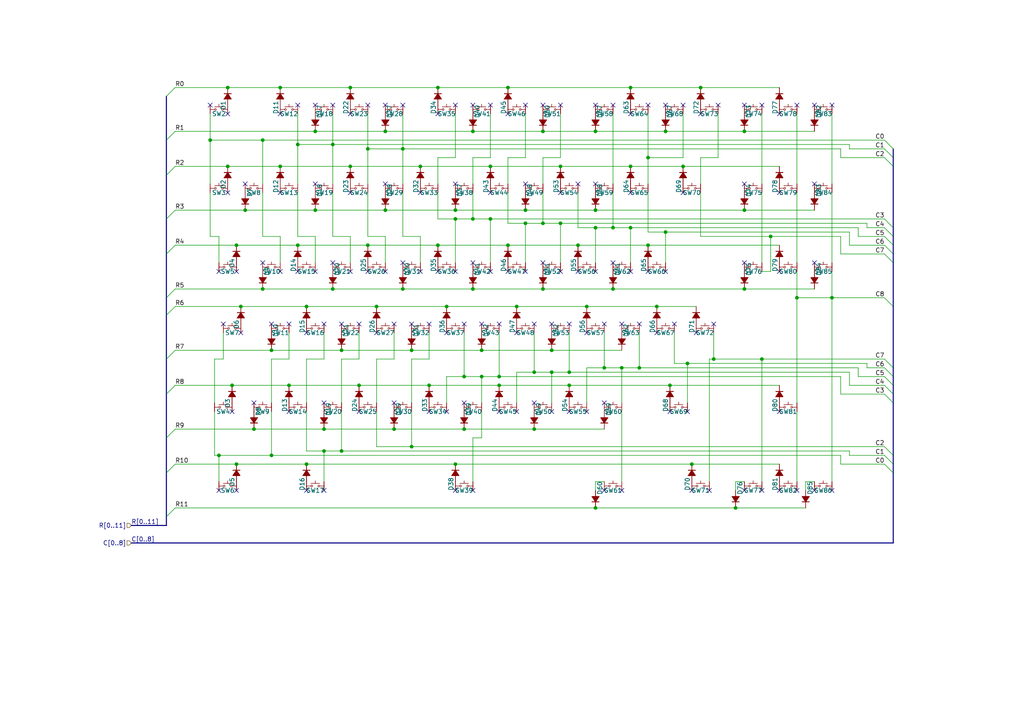
<source format=kicad_sch>
(kicad_sch (version 20230121) (generator eeschema)
  (paper "A4")
  (title_block (title "Noxary 280 Hi-Tek/NMB Series 725 PCB") (date "2023-11-07") (rev "0") (company "Lucas Jansen"))
  (lib_symbols
    (symbol "Device:D_Small_Filled" (pin_numbers hide) (pin_names (offset 0.254) hide)
      (property "Reference" "D" (at -1.27 2.032 0))
      (property "Value" "D_Small_Filled" (at -3.81 -2.032 0))
      (symbol "D_Small_Filled_1_1"
        (pin passive line (at -2.54 0 0) (length 1.778) (name "K") (number "1"))
        (pin passive line (at 2.54 0 180) (length 1.778) (name "A") (number "2"))
      )
    )
    (symbol "Switch_4_Pin:SW_Push_4_Pin" (pin_numbers hide) (pin_names (offset 1.016) hide) (in_bom no)
      (property "Reference" "SW" (at 0 -1.27 0))
      (symbol "SW_Push_4_Pin_1_1"
        (pin passive line (at -2.54 1.27 270) (length 1.27) (name "1") (number "1"))
        (pin passive line (at 2.54 1.27 270) (length 1.27) (name "2") (number "2"))
        (pin passive line (at -2.54 -1.27 90) (length 1.27) (name "1") (number "3"))
        (pin passive line (at 2.54 -1.27 90) (length 1.27) (name "2") (number "4"))
      )
    )
  )
  (junction (at 88.9 88.9))
  (junction (at 223.52 68.58))
  (junction (at 116.84 83.82))
  (junction (at 220.98 104.14))
  (junction (at 86.36 71.12))
  (junction (at 157.48 83.82))
  (junction (at 139.7 101.6))
  (junction (at 106.68 43.18))
  (junction (at 177.8 66.04))
  (junction (at 215.9 60.96))
  (junction (at 194.31 111.76))
  (junction (at 99.06 130.81))
  (junction (at 142.24 63.5))
  (junction (at 160.02 107.95))
  (junction (at 114.3 124.46))
  (junction (at 172.72 38.1))
  (junction (at 69.85 88.9))
  (junction (at 149.86 88.9))
  (junction (at 81.28 25.4))
  (junction (at 67.31 111.76))
  (junction (at 124.46 111.76))
  (junction (at 175.26 106.68))
  (junction (at 66.04 25.4))
  (junction (at 91.44 60.96))
  (junction (at 165.1 111.76))
  (junction (at 121.92 48.26))
  (junction (at 170.18 88.9))
  (junction (at 76.2 83.82))
  (junction (at 137.16 38.1))
  (junction (at 182.88 48.26))
  (junction (at 157.48 38.1))
  (junction (at 119.38 101.6))
  (junction (at 172.72 147.32))
  (junction (at 60.96 40.64))
  (junction (at 127 25.4))
  (junction (at 207.01 104.14))
  (junction (at 182.88 66.04))
  (junction (at 199.39 105.41))
  (junction (at 162.56 64.77))
  (junction (at 71.12 60.96))
  (junction (at 165.1 107.95))
  (junction (at 111.76 60.96))
  (junction (at 137.16 63.5))
  (junction (at 96.52 83.82))
  (junction (at 101.6 25.4))
  (junction (at 213.36 147.32))
  (junction (at 78.74 101.6))
  (junction (at 162.56 48.26))
  (junction (at 132.08 63.5))
  (junction (at 198.12 48.26))
  (junction (at 132.08 134.62))
  (junction (at 172.72 66.04))
  (junction (at 127 71.12))
  (junction (at 109.22 88.9))
  (junction (at 134.62 109.22))
  (junction (at 132.08 60.96))
  (junction (at 88.9 134.62))
  (junction (at 68.58 134.62))
  (junction (at 200.66 134.62))
  (junction (at 144.78 111.76))
  (junction (at 142.24 48.26))
  (junction (at 111.76 38.1))
  (junction (at 106.68 71.12))
  (junction (at 78.74 132.08))
  (junction (at 231.14 86.36))
  (junction (at 193.04 38.1))
  (junction (at 86.36 41.91))
  (junction (at 81.28 48.26))
  (junction (at 96.52 41.91))
  (junction (at 83.82 111.76))
  (junction (at 152.4 64.77))
  (junction (at 73.66 124.46))
  (junction (at 101.6 48.26))
  (junction (at 190.5 88.9))
  (junction (at 193.04 67.31))
  (junction (at 215.9 38.1))
  (junction (at 215.9 83.82))
  (junction (at 129.54 88.9))
  (junction (at 187.96 45.72))
  (junction (at 187.96 71.12))
  (junction (at 99.06 101.6))
  (junction (at 185.42 106.68))
  (junction (at 139.7 109.22))
  (junction (at 154.94 124.46))
  (junction (at 93.98 124.46))
  (junction (at 203.2 25.4))
  (junction (at 147.32 71.12))
  (junction (at 137.16 83.82))
  (junction (at 152.4 60.96))
  (junction (at 147.32 25.4))
  (junction (at 68.58 71.12))
  (junction (at 116.84 43.18))
  (junction (at 172.72 60.96))
  (junction (at 167.64 71.12))
  (junction (at 91.44 38.1))
  (junction (at 182.88 25.4))
  (junction (at 134.62 124.46))
  (junction (at 93.98 130.81))
  (junction (at 104.14 111.76))
  (junction (at 66.04 48.26))
  (junction (at 154.94 107.95))
  (junction (at 144.78 109.22))
  (junction (at 63.5 132.08))
  (junction (at 241.3 86.36))
  (junction (at 160.02 101.6))
  (junction (at 180.34 106.68))
  (junction (at 119.38 129.54))
  (junction (at 76.2 40.64))
  (junction (at 157.48 64.77))
  (junction (at 177.8 83.82))
  (no_connect (at 182.88 33.02))
  (no_connect (at 226.06 119.38))
  (no_connect (at 132.08 142.24))
  (no_connect (at 170.18 119.38))
  (no_connect (at 203.2 33.02))
  (no_connect (at 96.52 30.48))
  (no_connect (at 154.94 116.84))
  (no_connect (at 81.28 78.74))
  (no_connect (at 236.22 142.24))
  (no_connect (at 116.84 76.2))
  (no_connect (at 208.28 30.48))
  (no_connect (at 81.28 33.02))
  (no_connect (at 99.06 93.98))
  (no_connect (at 175.26 142.24))
  (no_connect (at 175.26 93.98))
  (no_connect (at 165.1 93.98))
  (no_connect (at 180.34 142.24))
  (no_connect (at 66.04 55.88))
  (no_connect (at 101.6 78.74))
  (no_connect (at 226.06 33.02))
  (no_connect (at 187.96 30.48))
  (no_connect (at 193.04 78.74))
  (no_connect (at 86.36 30.48))
  (no_connect (at 83.82 93.98))
  (no_connect (at 67.31 119.38))
  (no_connect (at 236.22 76.2))
  (no_connect (at 109.22 96.52))
  (no_connect (at 121.92 55.88))
  (no_connect (at 137.16 142.24))
  (no_connect (at 101.6 33.02))
  (no_connect (at 83.82 119.38))
  (no_connect (at 64.77 93.98))
  (no_connect (at 121.92 78.74))
  (no_connect (at 149.86 119.38))
  (no_connect (at 111.76 53.34))
  (no_connect (at 73.66 116.84))
  (no_connect (at 149.86 96.52))
  (no_connect (at 81.28 55.88))
  (no_connect (at 93.98 93.98))
  (no_connect (at 124.46 93.98))
  (no_connect (at 144.78 93.98))
  (no_connect (at 63.5 78.74))
  (no_connect (at 226.06 55.88))
  (no_connect (at 185.42 93.98))
  (no_connect (at 142.24 55.88))
  (no_connect (at 167.64 78.74))
  (no_connect (at 157.48 76.2))
  (no_connect (at 167.64 53.34))
  (no_connect (at 152.4 78.74))
  (no_connect (at 215.9 142.24))
  (no_connect (at 104.14 93.98))
  (no_connect (at 172.72 53.34))
  (no_connect (at 114.3 116.84))
  (no_connect (at 93.98 116.84))
  (no_connect (at 199.39 119.38))
  (no_connect (at 241.3 30.48))
  (no_connect (at 88.9 96.52))
  (no_connect (at 215.9 53.34))
  (no_connect (at 147.32 78.74))
  (no_connect (at 198.12 30.48))
  (no_connect (at 220.98 30.48))
  (no_connect (at 182.88 78.74))
  (no_connect (at 119.38 93.98))
  (no_connect (at 104.14 119.38))
  (no_connect (at 172.72 30.48))
  (no_connect (at 170.18 96.52))
  (no_connect (at 91.44 78.74))
  (no_connect (at 194.31 119.38))
  (no_connect (at 132.08 78.74))
  (no_connect (at 127 78.74))
  (no_connect (at 91.44 53.34))
  (no_connect (at 193.04 30.48))
  (no_connect (at 177.8 30.48))
  (no_connect (at 88.9 142.24))
  (no_connect (at 207.01 93.98))
  (no_connect (at 226.06 78.74))
  (no_connect (at 160.02 93.98))
  (no_connect (at 93.98 142.24))
  (no_connect (at 111.76 30.48))
  (no_connect (at 236.22 53.34))
  (no_connect (at 152.4 53.34))
  (no_connect (at 195.58 93.98))
  (no_connect (at 236.22 30.48))
  (no_connect (at 241.3 142.24))
  (no_connect (at 66.04 33.02))
  (no_connect (at 226.06 142.24))
  (no_connect (at 147.32 33.02))
  (no_connect (at 172.72 78.74))
  (no_connect (at 134.62 93.98))
  (no_connect (at 96.52 76.2))
  (no_connect (at 187.96 78.74))
  (no_connect (at 68.58 142.24))
  (no_connect (at 137.16 30.48))
  (no_connect (at 114.3 93.98))
  (no_connect (at 111.76 78.74))
  (no_connect (at 198.12 55.88))
  (no_connect (at 129.54 119.38))
  (no_connect (at 162.56 78.74))
  (no_connect (at 127 33.02))
  (no_connect (at 205.74 142.24))
  (no_connect (at 60.96 30.48))
  (no_connect (at 124.46 119.38))
  (no_connect (at 142.24 30.48))
  (no_connect (at 86.36 78.74))
  (no_connect (at 215.9 76.2))
  (no_connect (at 142.24 78.74))
  (no_connect (at 63.5 142.24))
  (no_connect (at 139.7 93.98))
  (no_connect (at 200.66 142.24))
  (no_connect (at 69.85 96.52))
  (no_connect (at 180.34 93.98))
  (no_connect (at 101.6 55.88))
  (no_connect (at 91.44 30.48))
  (no_connect (at 175.26 116.84))
  (no_connect (at 106.68 30.48))
  (no_connect (at 152.4 30.48))
  (no_connect (at 215.9 30.48))
  (no_connect (at 129.54 96.52))
  (no_connect (at 162.56 30.48))
  (no_connect (at 144.78 119.38))
  (no_connect (at 231.14 142.24))
  (no_connect (at 182.88 55.88))
  (no_connect (at 162.56 55.88))
  (no_connect (at 137.16 76.2))
  (no_connect (at 78.74 93.98))
  (no_connect (at 231.14 30.48))
  (no_connect (at 154.94 93.98))
  (no_connect (at 116.84 30.48))
  (no_connect (at 76.2 76.2))
  (no_connect (at 157.48 30.48))
  (no_connect (at 220.98 142.24))
  (no_connect (at 190.5 96.52))
  (no_connect (at 165.1 119.38))
  (no_connect (at 132.08 30.48))
  (no_connect (at 106.68 78.74))
  (no_connect (at 71.12 53.34))
  (no_connect (at 160.02 119.38))
  (no_connect (at 134.62 116.84))
  (no_connect (at 68.58 78.74))
  (no_connect (at 177.8 76.2))
  (no_connect (at 201.93 96.52))
  (no_connect (at 132.08 53.34))
  (bus_entry (at 256.54 111.76) (size 2.54 2.54))
  (bus_entry (at 256.54 106.68) (size 2.54 2.54))
  (bus_entry (at 256.54 134.62) (size 2.54 2.54))
  (bus_entry (at 256.54 104.14) (size 2.54 2.54))
  (bus_entry (at 50.8 124.46) (size -2.54 2.54))
  (bus_entry (at 256.54 66.04) (size 2.54 2.54))
  (bus_entry (at 256.54 114.3) (size 2.54 2.54))
  (bus_entry (at 256.54 45.72) (size 2.54 2.54))
  (bus_entry (at 50.8 111.76) (size -2.54 2.54))
  (bus_entry (at 256.54 43.18) (size 2.54 2.54))
  (bus_entry (at 50.8 60.96) (size -2.54 2.54))
  (bus_entry (at 50.8 83.82) (size -2.54 2.54))
  (bus_entry (at 50.8 101.6) (size -2.54 2.54))
  (bus_entry (at 50.8 71.12) (size -2.54 2.54))
  (bus_entry (at 50.8 25.4) (size -2.54 2.54))
  (bus_entry (at 256.54 63.5) (size 2.54 2.54))
  (bus_entry (at 256.54 73.66) (size 2.54 2.54))
  (bus_entry (at 50.8 38.1) (size -2.54 2.54))
  (bus_entry (at 50.8 147.32) (size -2.54 2.54))
  (bus_entry (at 50.8 134.62) (size -2.54 2.54))
  (bus_entry (at 256.54 129.54) (size 2.54 2.54))
  (bus_entry (at 256.54 68.58) (size 2.54 2.54))
  (bus_entry (at 256.54 86.36) (size 2.54 2.54))
  (bus_entry (at 256.54 71.12) (size 2.54 2.54))
  (bus_entry (at 50.8 48.26) (size -2.54 2.54))
  (bus_entry (at 50.8 88.9) (size -2.54 2.54))
  (bus_entry (at 256.54 109.22) (size 2.54 2.54))
  (bus_entry (at 256.54 40.64) (size 2.54 2.54))
  (bus_entry (at 256.54 132.08) (size 2.54 2.54))
  (wire (pts (xy 256.54 45.72) (xy 243.84 45.72)))
  (wire (pts (xy 142.24 76.2) (xy 142.24 63.5)))
  (wire (pts (xy 127 63.5) (xy 127 55.88)))
  (wire (pts (xy 137.16 38.1) (xy 157.48 38.1)))
  (wire (pts (xy 200.66 134.62) (xy 226.06 134.62)))
  (wire (pts (xy 93.98 124.46) (xy 114.3 124.46)))
  (wire (pts (xy 134.62 96.52) (xy 134.62 109.22)))
  (wire (pts (xy 93.98 104.14) (xy 93.98 96.52)))
  (wire (pts (xy 165.1 96.52) (xy 165.1 107.95)))
  (wire (pts (xy 220.98 104.14) (xy 256.54 104.14)))
  (wire (pts (xy 66.04 25.4) (xy 81.28 25.4)))
  (wire (pts (xy 91.44 60.96) (xy 111.76 60.96)))
  (wire (pts (xy 50.8 38.1) (xy 91.44 38.1)))
  (wire (pts (xy 104.14 96.52) (xy 104.14 104.14)))
  (bus (pts (xy 48.26 27.94) (xy 48.26 40.64)))
  (wire (pts (xy 106.68 55.88) (xy 106.68 68.58)))
  (wire (pts (xy 121.92 48.26) (xy 142.24 48.26)))
  (wire (pts (xy 152.4 64.77) (xy 152.4 76.2)))
  (wire (pts (xy 187.96 71.12) (xy 167.64 71.12)))
  (wire (pts (xy 81.28 25.4) (xy 101.6 25.4)))
  (bus (pts (xy 259.08 66.04) (xy 259.08 68.58)))
  (wire (pts (xy 101.6 25.4) (xy 127 25.4)))
  (bus (pts (xy 259.08 68.58) (xy 259.08 71.12)))
  (wire (pts (xy 137.16 55.88) (xy 137.16 63.5)))
  (wire (pts (xy 246.38 71.12) (xy 246.38 67.31)))
  (wire (pts (xy 180.34 106.68) (xy 185.42 106.68)))
  (wire (pts (xy 78.74 104.14) (xy 83.82 104.14)))
  (wire (pts (xy 203.2 55.88) (xy 203.2 68.58)))
  (wire (pts (xy 172.72 60.96) (xy 215.9 60.96)))
  (wire (pts (xy 66.04 48.26) (xy 81.28 48.26)))
  (wire (pts (xy 93.98 130.81) (xy 88.9 130.81)))
  (wire (pts (xy 175.26 106.68) (xy 180.34 106.68)))
  (wire (pts (xy 132.08 76.2) (xy 132.08 63.5)))
  (bus (pts (xy 48.26 50.8) (xy 48.26 63.5)))
  (wire (pts (xy 134.62 124.46) (xy 154.94 124.46)))
  (wire (pts (xy 60.96 40.64) (xy 60.96 53.34)))
  (wire (pts (xy 127 71.12) (xy 147.32 71.12)))
  (wire (pts (xy 195.58 105.41) (xy 199.39 105.41)))
  (wire (pts (xy 231.14 55.88) (xy 231.14 76.2)))
  (wire (pts (xy 160.02 107.95) (xy 154.94 107.95)))
  (wire (pts (xy 248.92 109.22) (xy 248.92 106.68)))
  (wire (pts (xy 256.54 134.62) (xy 243.84 134.62)))
  (wire (pts (xy 203.2 45.72) (xy 203.2 53.34)))
  (wire (pts (xy 165.1 111.76) (xy 194.31 111.76)))
  (wire (pts (xy 177.8 66.04) (xy 177.8 55.88)))
  (wire (pts (xy 106.68 43.18) (xy 106.68 53.34)))
  (wire (pts (xy 152.4 45.72) (xy 147.32 45.72)))
  (wire (pts (xy 50.8 48.26) (xy 66.04 48.26)))
  (wire (pts (xy 243.84 73.66) (xy 243.84 68.58)))
  (wire (pts (xy 78.74 132.08) (xy 243.84 132.08)))
  (wire (pts (xy 241.3 55.88) (xy 241.3 76.2)))
  (wire (pts (xy 147.32 71.12) (xy 167.64 71.12)))
  (wire (pts (xy 147.32 64.77) (xy 152.4 64.77)))
  (wire (pts (xy 223.52 68.58) (xy 223.52 78.74)))
  (wire (pts (xy 193.04 67.31) (xy 246.38 67.31)))
  (wire (pts (xy 152.4 33.02) (xy 152.4 45.72)))
  (wire (pts (xy 203.2 25.4) (xy 182.88 25.4)))
  (wire (pts (xy 198.12 33.02) (xy 198.12 45.72)))
  (wire (pts (xy 144.78 109.22) (xy 243.84 109.22)))
  (wire (pts (xy 193.04 38.1) (xy 215.9 38.1)))
  (wire (pts (xy 190.5 88.9) (xy 201.93 88.9)))
  (wire (pts (xy 68.58 71.12) (xy 86.36 71.12)))
  (wire (pts (xy 248.92 68.58) (xy 248.92 66.04)))
  (wire (pts (xy 149.86 107.95) (xy 149.86 116.84)))
  (wire (pts (xy 67.31 111.76) (xy 83.82 111.76)))
  (wire (pts (xy 175.26 139.7) (xy 172.72 139.7)))
  (wire (pts (xy 203.2 25.4) (xy 226.06 25.4)))
  (wire (pts (xy 182.88 48.26) (xy 198.12 48.26)))
  (wire (pts (xy 76.2 53.34) (xy 76.2 40.64)))
  (wire (pts (xy 86.36 33.02) (xy 86.36 41.91)))
  (wire (pts (xy 160.02 101.6) (xy 180.34 101.6)))
  (wire (pts (xy 50.8 83.82) (xy 76.2 83.82)))
  (wire (pts (xy 185.42 106.68) (xy 248.92 106.68)))
  (bus (pts (xy 259.08 45.72) (xy 259.08 48.26)))
  (wire (pts (xy 121.92 76.2) (xy 121.92 68.58)))
  (wire (pts (xy 167.64 55.88) (xy 167.64 66.04)))
  (wire (pts (xy 256.54 109.22) (xy 248.92 109.22)))
  (wire (pts (xy 106.68 33.02) (xy 106.68 43.18)))
  (wire (pts (xy 104.14 111.76) (xy 124.46 111.76)))
  (wire (pts (xy 251.46 66.04) (xy 251.46 64.77)))
  (bus (pts (xy 259.08 73.66) (xy 259.08 76.2)))
  (wire (pts (xy 88.9 116.84) (xy 88.9 104.14)))
  (wire (pts (xy 71.12 60.96) (xy 91.44 60.96)))
  (wire (pts (xy 147.32 55.88) (xy 147.32 64.77)))
  (wire (pts (xy 104.14 104.14) (xy 99.06 104.14)))
  (wire (pts (xy 231.14 78.74) (xy 231.14 86.36)))
  (wire (pts (xy 231.14 119.38) (xy 231.14 139.7)))
  (wire (pts (xy 119.38 101.6) (xy 139.7 101.6)))
  (wire (pts (xy 76.2 40.64) (xy 256.54 40.64)))
  (wire (pts (xy 149.86 88.9) (xy 170.18 88.9)))
  (wire (pts (xy 83.82 104.14) (xy 83.82 96.52)))
  (wire (pts (xy 78.74 119.38) (xy 78.74 132.08)))
  (wire (pts (xy 182.88 66.04) (xy 248.92 66.04)))
  (wire (pts (xy 154.94 96.52) (xy 154.94 107.95)))
  (wire (pts (xy 124.46 96.52) (xy 124.46 104.14)))
  (wire (pts (xy 68.58 134.62) (xy 88.9 134.62)))
  (wire (pts (xy 96.52 41.91) (xy 246.38 41.91)))
  (wire (pts (xy 71.12 60.96) (xy 50.8 60.96)))
  (wire (pts (xy 81.28 48.26) (xy 101.6 48.26)))
  (wire (pts (xy 165.1 107.95) (xy 246.38 107.95)))
  (wire (pts (xy 142.24 63.5) (xy 137.16 63.5)))
  (wire (pts (xy 231.14 86.36) (xy 241.3 86.36)))
  (wire (pts (xy 114.3 124.46) (xy 134.62 124.46)))
  (bus (pts (xy 259.08 43.18) (xy 259.08 45.72)))
  (wire (pts (xy 157.48 83.82) (xy 177.8 83.82)))
  (wire (pts (xy 86.36 68.58) (xy 91.44 68.58)))
  (wire (pts (xy 116.84 68.58) (xy 116.84 55.88)))
  (wire (pts (xy 246.38 130.81) (xy 246.38 132.08)))
  (wire (pts (xy 152.4 60.96) (xy 172.72 60.96)))
  (wire (pts (xy 170.18 116.84) (xy 170.18 106.68)))
  (bus (pts (xy 48.26 149.86) (xy 48.26 152.4)))
  (wire (pts (xy 137.16 45.72) (xy 142.24 45.72)))
  (bus (pts (xy 259.08 106.68) (xy 259.08 109.22)))
  (wire (pts (xy 243.84 45.72) (xy 243.84 43.18)))
  (wire (pts (xy 50.8 25.4) (xy 66.04 25.4)))
  (bus (pts (xy 259.08 109.22) (xy 259.08 111.76)))
  (wire (pts (xy 101.6 76.2) (xy 101.6 68.58)))
  (wire (pts (xy 106.68 71.12) (xy 127 71.12)))
  (wire (pts (xy 83.82 111.76) (xy 104.14 111.76)))
  (wire (pts (xy 109.22 104.14) (xy 109.22 116.84)))
  (wire (pts (xy 134.62 109.22) (xy 129.54 109.22)))
  (bus (pts (xy 259.08 132.08) (xy 259.08 134.62)))
  (wire (pts (xy 106.68 43.18) (xy 116.84 43.18)))
  (wire (pts (xy 220.98 33.02) (xy 220.98 53.34)))
  (wire (pts (xy 99.06 130.81) (xy 93.98 130.81)))
  (wire (pts (xy 50.8 124.46) (xy 73.66 124.46)))
  (wire (pts (xy 111.76 68.58) (xy 111.76 76.2)))
  (wire (pts (xy 205.74 104.14) (xy 207.01 104.14)))
  (wire (pts (xy 101.6 68.58) (xy 96.52 68.58)))
  (wire (pts (xy 170.18 88.9) (xy 190.5 88.9)))
  (wire (pts (xy 231.14 86.36) (xy 231.14 116.84)))
  (wire (pts (xy 162.56 64.77) (xy 157.48 64.77)))
  (wire (pts (xy 231.14 33.02) (xy 231.14 53.34)))
  (wire (pts (xy 63.5 68.58) (xy 63.5 76.2)))
  (wire (pts (xy 86.36 71.12) (xy 106.68 71.12)))
  (wire (pts (xy 60.96 40.64) (xy 76.2 40.64)))
  (wire (pts (xy 50.8 111.76) (xy 67.31 111.76)))
  (bus (pts (xy 48.26 73.66) (xy 48.26 86.36)))
  (wire (pts (xy 207.01 104.14) (xy 220.98 104.14)))
  (wire (pts (xy 88.9 134.62) (xy 132.08 134.62)))
  (wire (pts (xy 220.98 55.88) (xy 220.98 76.2)))
  (wire (pts (xy 236.22 139.7) (xy 233.68 139.7)))
  (wire (pts (xy 96.52 83.82) (xy 116.84 83.82)))
  (wire (pts (xy 62.23 116.84) (xy 62.23 104.14)))
  (wire (pts (xy 101.6 48.26) (xy 121.92 48.26)))
  (bus (pts (xy 48.26 114.3) (xy 48.26 127)))
  (wire (pts (xy 91.44 68.58) (xy 91.44 76.2)))
  (wire (pts (xy 88.9 104.14) (xy 93.98 104.14)))
  (wire (pts (xy 111.76 60.96) (xy 132.08 60.96)))
  (wire (pts (xy 76.2 68.58) (xy 81.28 68.58)))
  (wire (pts (xy 241.3 86.36) (xy 256.54 86.36)))
  (wire (pts (xy 111.76 38.1) (xy 137.16 38.1)))
  (wire (pts (xy 162.56 76.2) (xy 162.56 64.77)))
  (wire (pts (xy 157.48 38.1) (xy 172.72 38.1)))
  (wire (pts (xy 116.84 83.82) (xy 137.16 83.82)))
  (wire (pts (xy 60.96 68.58) (xy 60.96 55.88)))
  (wire (pts (xy 256.54 66.04) (xy 251.46 66.04)))
  (wire (pts (xy 69.85 88.9) (xy 88.9 88.9)))
  (wire (pts (xy 203.2 68.58) (xy 223.52 68.58)))
  (wire (pts (xy 162.56 64.77) (xy 251.46 64.77)))
  (wire (pts (xy 187.96 55.88) (xy 187.96 67.31)))
  (wire (pts (xy 157.48 55.88) (xy 157.48 64.77)))
  (wire (pts (xy 223.52 68.58) (xy 243.84 68.58)))
  (wire (pts (xy 114.3 96.52) (xy 114.3 104.14)))
  (wire (pts (xy 119.38 129.54) (xy 109.22 129.54)))
  (wire (pts (xy 246.38 111.76) (xy 246.38 107.95)))
  (bus (pts (xy 259.08 76.2) (xy 259.08 88.9)))
  (wire (pts (xy 76.2 55.88) (xy 76.2 68.58)))
  (wire (pts (xy 99.06 104.14) (xy 99.06 116.84)))
  (wire (pts (xy 127 53.34) (xy 127 45.72)))
  (wire (pts (xy 139.7 101.6) (xy 160.02 101.6)))
  (wire (pts (xy 157.48 45.72) (xy 162.56 45.72)))
  (bus (pts (xy 259.08 48.26) (xy 259.08 66.04)))
  (wire (pts (xy 132.08 60.96) (xy 152.4 60.96)))
  (bus (pts (xy 259.08 88.9) (xy 259.08 106.68)))
  (wire (pts (xy 144.78 109.22) (xy 139.7 109.22)))
  (wire (pts (xy 86.36 41.91) (xy 96.52 41.91)))
  (wire (pts (xy 251.46 106.68) (xy 251.46 105.41)))
  (wire (pts (xy 93.98 130.81) (xy 93.98 139.7)))
  (wire (pts (xy 198.12 48.26) (xy 226.06 48.26)))
  (wire (pts (xy 187.96 45.72) (xy 198.12 45.72)))
  (wire (pts (xy 199.39 105.41) (xy 199.39 116.84)))
  (wire (pts (xy 147.32 25.4) (xy 182.88 25.4)))
  (wire (pts (xy 172.72 38.1) (xy 193.04 38.1)))
  (wire (pts (xy 50.8 147.32) (xy 172.72 147.32)))
  (wire (pts (xy 256.54 43.18) (xy 246.38 43.18)))
  (wire (pts (xy 207.01 96.52) (xy 207.01 104.14)))
  (wire (pts (xy 50.8 71.12) (xy 68.58 71.12)))
  (wire (pts (xy 63.5 132.08) (xy 63.5 139.7)))
  (wire (pts (xy 177.8 33.02) (xy 177.8 53.34)))
  (wire (pts (xy 246.38 43.18) (xy 246.38 41.91)))
  (wire (pts (xy 88.9 88.9) (xy 109.22 88.9)))
  (bus (pts (xy 48.26 137.16) (xy 48.26 149.86)))
  (wire (pts (xy 241.3 78.74) (xy 241.3 86.36)))
  (wire (pts (xy 195.58 96.52) (xy 195.58 105.41)))
  (wire (pts (xy 124.46 111.76) (xy 144.78 111.76)))
  (wire (pts (xy 96.52 33.02) (xy 96.52 41.91)))
  (wire (pts (xy 241.3 33.02) (xy 241.3 53.34)))
  (wire (pts (xy 142.24 63.5) (xy 256.54 63.5)))
  (wire (pts (xy 193.04 67.31) (xy 193.04 76.2)))
  (bus (pts (xy 259.08 116.84) (xy 259.08 132.08)))
  (wire (pts (xy 215.9 38.1) (xy 236.22 38.1)))
  (wire (pts (xy 86.36 55.88) (xy 86.36 68.58)))
  (wire (pts (xy 129.54 109.22) (xy 129.54 116.84)))
  (wire (pts (xy 50.8 134.62) (xy 68.58 134.62)))
  (wire (pts (xy 256.54 114.3) (xy 243.84 114.3)))
  (wire (pts (xy 106.68 68.58) (xy 111.76 68.58)))
  (wire (pts (xy 175.26 96.52) (xy 175.26 106.68)))
  (wire (pts (xy 99.06 119.38) (xy 99.06 130.81)))
  (wire (pts (xy 62.23 104.14) (xy 64.77 104.14)))
  (wire (pts (xy 162.56 48.26) (xy 182.88 48.26)))
  (bus (pts (xy 48.26 40.64) (xy 48.26 50.8)))
  (wire (pts (xy 137.16 53.34) (xy 137.16 45.72)))
  (wire (pts (xy 180.34 119.38) (xy 180.34 139.7)))
  (wire (pts (xy 144.78 111.76) (xy 165.1 111.76)))
  (wire (pts (xy 185.42 106.68) (xy 185.42 96.52)))
  (bus (pts (xy 38.1 157.48) (xy 259.08 157.48)))
  (wire (pts (xy 109.22 129.54) (xy 109.22 119.38)))
  (wire (pts (xy 88.9 130.81) (xy 88.9 119.38)))
  (wire (pts (xy 241.3 86.36) (xy 241.3 139.7)))
  (wire (pts (xy 162.56 48.26) (xy 142.24 48.26)))
  (bus (pts (xy 38.1 152.4) (xy 48.26 152.4)))
  (wire (pts (xy 187.96 71.12) (xy 226.06 71.12)))
  (wire (pts (xy 243.84 114.3) (xy 243.84 109.22)))
  (bus (pts (xy 48.26 91.44) (xy 48.26 104.14)))
  (wire (pts (xy 144.78 96.52) (xy 144.78 109.22)))
  (wire (pts (xy 213.36 139.7) (xy 213.36 142.24)))
  (bus (pts (xy 259.08 137.16) (xy 259.08 157.48)))
  (wire (pts (xy 167.64 66.04) (xy 172.72 66.04)))
  (wire (pts (xy 208.28 45.72) (xy 203.2 45.72)))
  (wire (pts (xy 160.02 116.84) (xy 160.02 107.95)))
  (wire (pts (xy 256.54 111.76) (xy 246.38 111.76)))
  (wire (pts (xy 215.9 139.7) (xy 213.36 139.7)))
  (wire (pts (xy 182.88 76.2) (xy 182.88 66.04)))
  (wire (pts (xy 81.28 68.58) (xy 81.28 76.2)))
  (wire (pts (xy 213.36 147.32) (xy 233.68 147.32)))
  (wire (pts (xy 172.72 66.04) (xy 172.72 76.2)))
  (wire (pts (xy 91.44 38.1) (xy 111.76 38.1)))
  (wire (pts (xy 139.7 109.22) (xy 139.7 116.84)))
  (wire (pts (xy 154.94 124.46) (xy 175.26 124.46)))
  (wire (pts (xy 256.54 71.12) (xy 246.38 71.12)))
  (wire (pts (xy 142.24 33.02) (xy 142.24 45.72)))
  (wire (pts (xy 86.36 41.91) (xy 86.36 53.34)))
  (wire (pts (xy 154.94 107.95) (xy 149.86 107.95)))
  (wire (pts (xy 205.74 139.7) (xy 205.74 104.14)))
  (wire (pts (xy 124.46 104.14) (xy 119.38 104.14)))
  (bus (pts (xy 48.26 63.5) (xy 48.26 73.66)))
  (wire (pts (xy 60.96 33.02) (xy 60.96 40.64)))
  (wire (pts (xy 137.16 127) (xy 139.7 127)))
  (wire (pts (xy 139.7 127) (xy 139.7 119.38)))
  (wire (pts (xy 119.38 119.38) (xy 119.38 129.54)))
  (bus (pts (xy 48.26 104.14) (xy 48.26 114.3)))
  (wire (pts (xy 172.72 147.32) (xy 213.36 147.32)))
  (wire (pts (xy 194.31 111.76) (xy 226.06 111.76)))
  (wire (pts (xy 157.48 64.77) (xy 152.4 64.77)))
  (wire (pts (xy 256.54 73.66) (xy 243.84 73.66)))
  (wire (pts (xy 119.38 104.14) (xy 119.38 116.84)))
  (wire (pts (xy 76.2 83.82) (xy 96.52 83.82)))
  (wire (pts (xy 233.68 139.7) (xy 233.68 142.24)))
  (wire (pts (xy 172.72 66.04) (xy 177.8 66.04)))
  (wire (pts (xy 62.23 132.08) (xy 62.23 119.38)))
  (wire (pts (xy 243.84 134.62) (xy 243.84 132.08)))
  (wire (pts (xy 137.16 139.7) (xy 137.16 127)))
  (wire (pts (xy 172.72 139.7) (xy 172.72 142.24)))
  (wire (pts (xy 114.3 104.14) (xy 109.22 104.14)))
  (wire (pts (xy 187.96 67.31) (xy 193.04 67.31)))
  (wire (pts (xy 132.08 134.62) (xy 200.66 134.62)))
  (wire (pts (xy 177.8 83.82) (xy 215.9 83.82)))
  (wire (pts (xy 137.16 83.82) (xy 157.48 83.82)))
  (wire (pts (xy 256.54 68.58) (xy 248.92 68.58)))
  (wire (pts (xy 116.84 43.18) (xy 116.84 33.02)))
  (wire (pts (xy 180.34 106.68) (xy 180.34 116.84)))
  (wire (pts (xy 62.23 132.08) (xy 63.5 132.08)))
  (wire (pts (xy 187.96 45.72) (xy 187.96 53.34)))
  (wire (pts (xy 99.06 101.6) (xy 119.38 101.6)))
  (bus (pts (xy 259.08 134.62) (xy 259.08 137.16)))
  (wire (pts (xy 215.9 60.96) (xy 236.22 60.96)))
  (wire (pts (xy 129.54 88.9) (xy 149.86 88.9)))
  (wire (pts (xy 147.32 45.72) (xy 147.32 53.34)))
  (bus (pts (xy 259.08 111.76) (xy 259.08 114.3)))
  (wire (pts (xy 63.5 132.08) (xy 78.74 132.08)))
  (wire (pts (xy 78.74 101.6) (xy 99.06 101.6)))
  (wire (pts (xy 73.66 124.46) (xy 93.98 124.46)))
  (wire (pts (xy 220.98 104.14) (xy 220.98 139.7)))
  (wire (pts (xy 50.8 88.9) (xy 69.85 88.9)))
  (wire (pts (xy 116.84 43.18) (xy 116.84 53.34)))
  (wire (pts (xy 116.84 43.18) (xy 243.84 43.18)))
  (wire (pts (xy 208.28 33.02) (xy 208.28 45.72)))
  (wire (pts (xy 127 45.72) (xy 132.08 45.72)))
  (wire (pts (xy 119.38 129.54) (xy 256.54 129.54)))
  (wire (pts (xy 121.92 68.58) (xy 116.84 68.58)))
  (bus (pts (xy 259.08 114.3) (xy 259.08 116.84)))
  (bus (pts (xy 259.08 71.12) (xy 259.08 73.66)))
  (wire (pts (xy 157.48 53.34) (xy 157.48 45.72)))
  (wire (pts (xy 96.52 55.88) (xy 96.52 68.58)))
  (wire (pts (xy 165.1 107.95) (xy 160.02 107.95)))
  (wire (pts (xy 50.8 101.6) (xy 78.74 101.6)))
  (bus (pts (xy 48.26 86.36) (xy 48.26 91.44)))
  (wire (pts (xy 139.7 109.22) (xy 134.62 109.22)))
  (wire (pts (xy 182.88 66.04) (xy 177.8 66.04)))
  (wire (pts (xy 63.5 68.58) (xy 60.96 68.58)))
  (wire (pts (xy 99.06 130.81) (xy 246.38 130.81)))
  (wire (pts (xy 215.9 83.82) (xy 236.22 83.82)))
  (wire (pts (xy 132.08 45.72) (xy 132.08 33.02)))
  (wire (pts (xy 187.96 33.02) (xy 187.96 45.72)))
  (wire (pts (xy 162.56 45.72) (xy 162.56 33.02)))
  (wire (pts (xy 132.08 63.5) (xy 127 63.5)))
  (bus (pts (xy 48.26 127) (xy 48.26 137.16)))
  (wire (pts (xy 199.39 105.41) (xy 251.46 105.41)))
  (wire (pts (xy 109.22 88.9) (xy 129.54 88.9)))
  (wire (pts (xy 127 25.4) (xy 147.32 25.4)))
  (wire (pts (xy 64.77 104.14) (xy 64.77 96.52)))
  (wire (pts (xy 137.16 63.5) (xy 132.08 63.5)))
  (wire (pts (xy 256.54 106.68) (xy 251.46 106.68)))
  (wire (pts (xy 220.98 78.74) (xy 223.52 78.74)))
  (wire (pts (xy 96.52 41.91) (xy 96.52 53.34)))
  (wire (pts (xy 170.18 106.68) (xy 175.26 106.68)))
  (wire (pts (xy 78.74 104.14) (xy 78.74 116.84)))
  (wire (pts (xy 246.38 132.08) (xy 256.54 132.08)))
  (label "C6" (at 256.54 71.12 180))
  (label "C1" (at 256.54 43.18 180))
  (label "C6" (at 256.54 106.68 180))
  (label "R10" (at 50.8 134.62 0))
  (label "C7" (at 256.54 73.66 180))
  (label "R6" (at 50.8 88.9 0))
  (label "C2" (at 256.54 45.72 180))
  (label "R8" (at 50.8 111.76 0))
  (label "R3" (at 50.8 60.96 0))
  (label "C3" (at 256.54 114.3 180))
  (label "C7" (at 256.54 104.14 180))
  (label "R11" (at 50.8 147.32 0))
  (label "C2" (at 256.54 129.54 180))
  (label "C0" (at 256.54 134.62 180))
  (label "C4" (at 256.54 66.04 180))
  (label "R5" (at 50.8 83.82 0))
  (label "C0" (at 256.54 40.64 180))
  (label "R4" (at 50.8 71.12 0))
  (label "R[0..11]" (at 38.1 152.4 0))
  (label "C[0..8]" (at 38.1 157.48 0))
  (label "R7" (at 50.8 101.6 0))
  (label "C8" (at 256.54 86.36 180))
  (label "R2" (at 50.8 48.26 0))
  (label "R1" (at 50.8 38.1 0))
  (label "R0" (at 50.8 25.4 0))
  (label "R9" (at 50.8 124.46 0))
  (label "C4" (at 256.54 111.76 180))
  (label "C5" (at 256.54 109.22 180))
  (label "C1" (at 256.54 132.08 180))
  (label "C3" (at 256.54 63.5 180))
  (label "C5" (at 256.54 68.58 180))
  (hierarchical_label "R[0..11]" (shape input) (at 38.1 152.4 180))
  (hierarchical_label "C[0..8]" (shape input) (at 38.1 157.48 180))
  (symbol (lib_id "Switch_4_Pin:SW_Push_4_Pin") (at 134.62 54.61 0) (unit 1) (in_bom no)
    (property "Reference" "SW38" (at 134.62 55.88 0))
    (property "Value" "SW_Push_4_Pin" (effects hide))
    (property "Footprint" "Hi-Tek_Series_725:SW_HiTek_725" (effects hide))
  )
  (symbol (lib_id "Device:D_Small_Filled") (at 177.8 81.28 90) (unit 1)
    (property "Reference" "D61" (at 179.07 80.01 0) (effects (justify left)))
    (property "Value" "D_Small_Filled" (effects hide))
    (property "Footprint" "Diode_SMD:D_SOD-123" (effects hide))
    (property "Sim.Device" "D" (effects hide))
    (property "Sim.Pins" "1=K 2=A" (effects hide))
  )
  (symbol (lib_id "Device:D_Small_Filled") (at 201.93 91.44 270) (unit 1)
    (property "Reference" "D71" (at 200.66 92.71 0) (effects (justify left)))
    (property "Value" "D_Small_Filled" (effects hide))
    (property "Footprint" "Diode_SMD:D_SOD-123" (effects hide))
    (property "Sim.Device" "D" (effects hide))
    (property "Sim.Pins" "1=K 2=A" (effects hide))
  )
  (symbol (lib_id "Switch_4_Pin:SW_Push_4_Pin") (at 83.82 31.75 0) (unit 1) (in_bom no)
    (property "Reference" "SW12" (at 83.82 33.02 0))
    (property "Value" "SW_Push_4_Pin" (effects hide))
    (property "Footprint" "Hi-Tek_Series_725:SW_HiTek_725" (effects hide))
  )
  (symbol (lib_id "Device:D_Small_Filled") (at 76.2 81.28 90) (unit 1)
    (property "Reference" "D9" (at 77.47 80.01 0) (effects (justify left)))
    (property "Value" "D_Small_Filled" (effects hide))
    (property "Footprint" "Diode_SMD:D_SOD-123" (effects hide))
    (property "Sim.Device" "D" (effects hide))
    (property "Sim.Pins" "1=K 2=A" (effects hide))
  )
  (symbol (lib_id "Device:D_Small_Filled") (at 109.22 91.44 270) (unit 1)
    (property "Reference" "D26" (at 107.95 92.71 0) (effects (justify left)))
    (property "Value" "D_Small_Filled" (effects hide))
    (property "Footprint" "Diode_SMD:D_SOD-123" (effects hide))
    (property "Sim.Device" "D" (effects hide))
    (property "Sim.Pins" "1=K 2=A" (effects hide))
  )
  (symbol (lib_id "Switch_4_Pin:SW_Push_4_Pin") (at 142.24 95.25 0) (unit 1) (in_bom no)
    (property "Reference" "SW43" (at 142.24 96.52 0))
    (property "Value" "SW_Push_4_Pin" (effects hide))
    (property "Footprint" "Hi-Tek_Series_725:SW_HiTek_725" (effects hide))
  )
  (symbol (lib_id "Device:D_Small_Filled") (at 213.36 144.78 90) (unit 1)
    (property "Reference" "D76" (at 214.63 143.51 0) (effects (justify left)))
    (property "Value" "D_Small_Filled" (effects hide))
    (property "Footprint" "Diode_SMD:D_SOD-123" (effects hide))
    (property "Sim.Device" "D" (effects hide))
    (property "Sim.Pins" "1=K 2=A" (effects hide))
  )
  (symbol (lib_id "Switch_4_Pin:SW_Push_4_Pin") (at 83.82 54.61 0) (unit 1) (in_bom no)
    (property "Reference" "SW13" (at 83.82 55.88 0))
    (property "Value" "SW_Push_4_Pin" (effects hide))
    (property "Footprint" "Hi-Tek_Series_725:SW_HiTek_725" (effects hide))
  )
  (symbol (lib_id "Switch_4_Pin:SW_Push_4_Pin") (at 218.44 140.97 0) (unit 1) (in_bom no)
    (property "Reference" "SW77" (at 218.44 142.24 0))
    (property "Value" "SW_Push_4_Pin" (effects hide))
    (property "Footprint" "Hi-Tek_Series_725:SW_HiTek_725" (effects hide))
  )
  (symbol (lib_id "Device:D_Small_Filled") (at 121.92 50.8 270) (unit 1)
    (property "Reference" "D32" (at 120.65 52.07 0) (effects (justify left)))
    (property "Value" "D_Small_Filled" (effects hide))
    (property "Footprint" "Diode_SMD:D_SOD-123" (effects hide))
    (property "Sim.Device" "D" (effects hide))
    (property "Sim.Pins" "1=K 2=A" (effects hide))
  )
  (symbol (lib_id "Switch_4_Pin:SW_Push_4_Pin") (at 73.66 54.61 0) (unit 1) (in_bom no)
    (property "Reference" "SW8" (at 73.66 55.88 0))
    (property "Value" "SW_Push_4_Pin" (effects hide))
    (property "Footprint" "Hi-Tek_Series_725:SW_HiTek_725" (effects hide))
  )
  (symbol (lib_id "Switch_4_Pin:SW_Push_4_Pin") (at 175.26 54.61 0) (unit 1) (in_bom no)
    (property "Reference" "SW59" (at 175.26 55.88 0))
    (property "Value" "SW_Push_4_Pin" (effects hide))
    (property "Footprint" "Hi-Tek_Series_725:SW_HiTek_725" (effects hide))
  )
  (symbol (lib_id "Device:D_Small_Filled") (at 147.32 73.66 270) (unit 1)
    (property "Reference" "D46" (at 146.05 74.93 0) (effects (justify left)))
    (property "Value" "D_Small_Filled" (effects hide))
    (property "Footprint" "Diode_SMD:D_SOD-123" (effects hide))
    (property "Sim.Device" "D" (effects hide))
    (property "Sim.Pins" "1=K 2=A" (effects hide))
  )
  (symbol (lib_id "Device:D_Small_Filled") (at 73.66 121.92 90) (unit 1)
    (property "Reference" "D8" (at 74.93 120.65 0) (effects (justify left)))
    (property "Value" "D_Small_Filled" (effects hide))
    (property "Footprint" "Diode_SMD:D_SOD-123" (effects hide))
    (property "Sim.Device" "D" (effects hide))
    (property "Sim.Pins" "1=K 2=A" (effects hide))
  )
  (symbol (lib_id "Switch_4_Pin:SW_Push_4_Pin") (at 170.18 77.47 0) (unit 1) (in_bom no)
    (property "Reference" "SW56" (at 170.18 78.74 0))
    (property "Value" "SW_Push_4_Pin" (effects hide))
    (property "Footprint" "Hi-Tek_Series_725:SW_HiTek_725" (effects hide))
  )
  (symbol (lib_id "Device:D_Small_Filled") (at 111.76 58.42 90) (unit 1)
    (property "Reference" "D28" (at 113.03 57.15 0) (effects (justify left)))
    (property "Value" "D_Small_Filled" (effects hide))
    (property "Footprint" "Diode_SMD:D_SOD-123" (effects hide))
    (property "Sim.Device" "D" (effects hide))
    (property "Sim.Pins" "1=K 2=A" (effects hide))
  )
  (symbol (lib_id "Device:D_Small_Filled") (at 67.31 114.3 270) (unit 1)
    (property "Reference" "D3" (at 66.04 115.57 0) (effects (justify left)))
    (property "Value" "D_Small_Filled" (effects hide))
    (property "Footprint" "Diode_SMD:D_SOD-123" (effects hide))
    (property "Sim.Device" "D" (effects hide))
    (property "Sim.Pins" "1=K 2=A" (effects hide))
  )
  (symbol (lib_id "Device:D_Small_Filled") (at 203.2 27.94 270) (unit 1)
    (property "Reference" "D72" (at 201.93 29.21 0) (effects (justify left)))
    (property "Value" "D_Small_Filled" (effects hide))
    (property "Footprint" "Diode_SMD:D_SOD-123" (effects hide))
    (property "Sim.Device" "D" (effects hide))
    (property "Sim.Pins" "1=K 2=A" (effects hide))
  )
  (symbol (lib_id "Device:D_Small_Filled") (at 187.96 73.66 270) (unit 1)
    (property "Reference" "D65" (at 186.69 74.93 0) (effects (justify left)))
    (property "Value" "D_Small_Filled" (effects hide))
    (property "Footprint" "Diode_SMD:D_SOD-123" (effects hide))
    (property "Sim.Device" "D" (effects hide))
    (property "Sim.Pins" "1=K 2=A" (effects hide))
  )
  (symbol (lib_id "Switch_4_Pin:SW_Push_4_Pin") (at 137.16 118.11 0) (unit 1) (in_bom no)
    (property "Reference" "SW40" (at 137.16 119.38 0))
    (property "Value" "SW_Push_4_Pin" (effects hide))
    (property "Footprint" "Hi-Tek_Series_725:SW_HiTek_725" (effects hide))
  )
  (symbol (lib_id "Switch_4_Pin:SW_Push_4_Pin") (at 185.42 31.75 0) (unit 1) (in_bom no)
    (property "Reference" "SW64" (at 185.42 33.02 0))
    (property "Value" "SW_Push_4_Pin" (effects hide))
    (property "Footprint" "Hi-Tek_Series_725:SW_HiTek_725" (effects hide))
  )
  (symbol (lib_id "Device:D_Small_Filled") (at 236.22 81.28 90) (unit 1)
    (property "Reference" "D84" (at 237.49 80.01 0) (effects (justify left)))
    (property "Value" "D_Small_Filled" (effects hide))
    (property "Footprint" "Diode_SMD:D_SOD-123" (effects hide))
    (property "Sim.Device" "D" (effects hide))
    (property "Sim.Pins" "1=K 2=A" (effects hide))
  )
  (symbol (lib_id "Switch_4_Pin:SW_Push_4_Pin") (at 160.02 31.75 0) (unit 1) (in_bom no)
    (property "Reference" "SW51" (at 160.02 33.02 0))
    (property "Value" "SW_Push_4_Pin" (effects hide))
    (property "Footprint" "Hi-Tek_Series_725:SW_HiTek_725" (effects hide))
  )
  (symbol (lib_id "Switch_4_Pin:SW_Push_4_Pin") (at 172.72 95.25 0) (unit 1) (in_bom no)
    (property "Reference" "SW57" (at 172.72 96.52 0))
    (property "Value" "SW_Push_4_Pin" (effects hide))
    (property "Footprint" "Hi-Tek_Series_725:SW_HiTek_725" (effects hide))
  )
  (symbol (lib_id "Device:D_Small_Filled") (at 154.94 121.92 90) (unit 1)
    (property "Reference" "D49" (at 156.21 120.65 0) (effects (justify left)))
    (property "Value" "D_Small_Filled" (effects hide))
    (property "Footprint" "Diode_SMD:D_SOD-123" (effects hide))
    (property "Sim.Device" "D" (effects hide))
    (property "Sim.Pins" "1=K 2=A" (effects hide))
  )
  (symbol (lib_id "Device:D_Small_Filled") (at 69.85 91.44 270) (unit 1)
    (property "Reference" "D6" (at 68.58 92.71 0) (effects (justify left)))
    (property "Value" "D_Small_Filled" (effects hide))
    (property "Footprint" "Diode_SMD:D_SOD-123" (effects hide))
    (property "Sim.Device" "D" (effects hide))
    (property "Sim.Pins" "1=K 2=A" (effects hide))
  )
  (symbol (lib_id "Device:D_Small_Filled") (at 200.66 137.16 270) (unit 1)
    (property "Reference" "D70" (at 199.39 138.43 0) (effects (justify left)))
    (property "Value" "D_Small_Filled" (effects hide))
    (property "Footprint" "Diode_SMD:D_SOD-123" (effects hide))
    (property "Sim.Device" "D" (effects hide))
    (property "Sim.Pins" "1=K 2=A" (effects hide))
  )
  (symbol (lib_id "Device:D_Small_Filled") (at 114.3 121.92 90) (unit 1)
    (property "Reference" "D29" (at 115.57 120.65 0) (effects (justify left)))
    (property "Value" "D_Small_Filled" (effects hide))
    (property "Footprint" "Diode_SMD:D_SOD-123" (effects hide))
    (property "Sim.Device" "D" (effects hide))
    (property "Sim.Pins" "1=K 2=A" (effects hide))
  )
  (symbol (lib_id "Device:D_Small_Filled") (at 182.88 27.94 270) (unit 1)
    (property "Reference" "D63" (at 181.61 29.21 0) (effects (justify left)))
    (property "Value" "D_Small_Filled" (effects hide))
    (property "Footprint" "Diode_SMD:D_SOD-123" (effects hide))
    (property "Sim.Device" "D" (effects hide))
    (property "Sim.Pins" "1=K 2=A" (effects hide))
  )
  (symbol (lib_id "Device:D_Small_Filled") (at 170.18 91.44 270) (unit 1)
    (property "Reference" "D56" (at 168.91 92.71 0) (effects (justify left)))
    (property "Value" "D_Small_Filled" (effects hide))
    (property "Footprint" "Diode_SMD:D_SOD-123" (effects hide))
    (property "Sim.Device" "D" (effects hide))
    (property "Sim.Pins" "1=K 2=A" (effects hide))
  )
  (symbol (lib_id "Switch_4_Pin:SW_Push_4_Pin") (at 228.6 31.75 0) (unit 1) (in_bom no)
    (property "Reference" "SW78" (at 228.6 33.02 0))
    (property "Value" "SW_Push_4_Pin" (effects hide))
    (property "Footprint" "Hi-Tek_Series_725:SW_HiTek_725" (effects hide))
  )
  (symbol (lib_id "Device:D_Small_Filled") (at 236.22 35.56 90) (unit 1)
    (property "Reference" "D82" (at 237.49 34.29 0) (effects (justify left)))
    (property "Value" "D_Small_Filled" (effects hide))
    (property "Footprint" "Diode_SMD:D_SOD-123" (effects hide))
    (property "Sim.Device" "D" (effects hide))
    (property "Sim.Pins" "1=K 2=A" (effects hide))
  )
  (symbol (lib_id "Switch_4_Pin:SW_Push_4_Pin") (at 193.04 95.25 0) (unit 1) (in_bom no)
    (property "Reference" "SW67" (at 193.04 96.52 0))
    (property "Value" "SW_Push_4_Pin" (effects hide))
    (property "Footprint" "Hi-Tek_Series_725:SW_HiTek_725" (effects hide))
  )
  (symbol (lib_id "Device:D_Small_Filled") (at 71.12 58.42 90) (unit 1)
    (property "Reference" "D7" (at 72.39 57.15 0) (effects (justify left)))
    (property "Value" "D_Small_Filled" (effects hide))
    (property "Footprint" "Diode_SMD:D_SOD-123" (effects hide))
    (property "Sim.Device" "D" (effects hide))
    (property "Sim.Pins" "1=K 2=A" (effects hide))
  )
  (symbol (lib_id "Device:D_Small_Filled") (at 127 27.94 270) (unit 1)
    (property "Reference" "D34" (at 125.73 29.21 0) (effects (justify left)))
    (property "Value" "D_Small_Filled" (effects hide))
    (property "Footprint" "Diode_SMD:D_SOD-123" (effects hide))
    (property "Sim.Device" "D" (effects hide))
    (property "Sim.Pins" "1=K 2=A" (effects hide))
  )
  (symbol (lib_id "Device:D_Small_Filled") (at 226.06 114.3 270) (unit 1)
    (property "Reference" "D80" (at 224.79 115.57 0) (effects (justify left)))
    (property "Value" "D_Small_Filled" (effects hide))
    (property "Footprint" "Diode_SMD:D_SOD-123" (effects hide))
    (property "Sim.Device" "D" (effects hide))
    (property "Sim.Pins" "1=K 2=A" (effects hide))
  )
  (symbol (lib_id "Device:D_Small_Filled") (at 86.36 73.66 270) (unit 1)
    (property "Reference" "D14" (at 85.09 74.93 0) (effects (justify left)))
    (property "Value" "D_Small_Filled" (effects hide))
    (property "Footprint" "Diode_SMD:D_SOD-123" (effects hide))
    (property "Sim.Device" "D" (effects hide))
    (property "Sim.Pins" "1=K 2=A" (effects hide))
  )
  (symbol (lib_id "Switch_4_Pin:SW_Push_4_Pin") (at 121.92 95.25 0) (unit 1) (in_bom no)
    (property "Reference" "SW32" (at 121.92 96.52 0))
    (property "Value" "SW_Push_4_Pin" (effects hide))
    (property "Footprint" "Hi-Tek_Series_725:SW_HiTek_725" (effects hide))
  )
  (symbol (lib_id "Device:D_Small_Filled") (at 132.08 58.42 90) (unit 1)
    (property "Reference" "D37" (at 133.35 57.15 0) (effects (justify left)))
    (property "Value" "D_Small_Filled" (effects hide))
    (property "Footprint" "Diode_SMD:D_SOD-123" (effects hide))
    (property "Sim.Device" "D" (effects hide))
    (property "Sim.Pins" "1=K 2=A" (effects hide))
  )
  (symbol (lib_id "Switch_4_Pin:SW_Push_4_Pin") (at 111.76 95.25 0) (unit 1) (in_bom no)
    (property "Reference" "SW27" (at 111.76 96.52 0))
    (property "Value" "SW_Push_4_Pin" (effects hide))
    (property "Footprint" "Hi-Tek_Series_725:SW_HiTek_725" (effects hide))
  )
  (symbol (lib_id "Switch_4_Pin:SW_Push_4_Pin") (at 81.28 95.25 0) (unit 1) (in_bom no)
    (property "Reference" "SW11" (at 81.28 96.52 0))
    (property "Value" "SW_Push_4_Pin" (effects hide))
    (property "Footprint" "Hi-Tek_Series_725:SW_HiTek_725" (effects hide))
  )
  (symbol (lib_id "Switch_4_Pin:SW_Push_4_Pin") (at 177.8 140.97 0) (unit 1) (in_bom no)
    (property "Reference" "SW61" (at 177.8 142.24 0))
    (property "Value" "SW_Push_4_Pin" (effects hide))
    (property "Footprint" "Hi-Tek_Series_725:SW_HiTek_725" (effects hide))
  )
  (symbol (lib_id "Switch_4_Pin:SW_Push_4_Pin") (at 149.86 31.75 0) (unit 1) (in_bom no)
    (property "Reference" "SW46" (at 149.86 33.02 0))
    (property "Value" "SW_Push_4_Pin" (effects hide))
    (property "Footprint" "Hi-Tek_Series_725:SW_HiTek_725" (effects hide))
  )
  (symbol (lib_id "Switch_4_Pin:SW_Push_4_Pin") (at 165.1 54.61 0) (unit 1) (in_bom no)
    (property "Reference" "SW54" (at 165.1 55.88 0))
    (property "Value" "SW_Push_4_Pin" (effects hide))
    (property "Footprint" "Hi-Tek_Series_725:SW_HiTek_725" (effects hide))
  )
  (symbol (lib_id "Device:D_Small_Filled") (at 157.48 35.56 90) (unit 1)
    (property "Reference" "D50" (at 158.75 34.29 0) (effects (justify left)))
    (property "Value" "D_Small_Filled" (effects hide))
    (property "Footprint" "Diode_SMD:D_SOD-123" (effects hide))
    (property "Sim.Device" "D" (effects hide))
    (property "Sim.Pins" "1=K 2=A" (effects hide))
  )
  (symbol (lib_id "Device:D_Small_Filled") (at 226.06 27.94 270) (unit 1)
    (property "Reference" "D77" (at 224.79 29.21 0) (effects (justify left)))
    (property "Value" "D_Small_Filled" (effects hide))
    (property "Footprint" "Diode_SMD:D_SOD-123" (effects hide))
    (property "Sim.Device" "D" (effects hide))
    (property "Sim.Pins" "1=K 2=A" (effects hide))
  )
  (symbol (lib_id "Switch_4_Pin:SW_Push_4_Pin") (at 152.4 95.25 0) (unit 1) (in_bom no)
    (property "Reference" "SW48" (at 152.4 96.52 0))
    (property "Value" "SW_Push_4_Pin" (effects hide))
    (property "Footprint" "Hi-Tek_Series_725:SW_HiTek_725" (effects hide))
  )
  (symbol (lib_id "Switch_4_Pin:SW_Push_4_Pin") (at 129.54 31.75 0) (unit 1) (in_bom no)
    (property "Reference" "SW35" (at 129.54 33.02 0))
    (property "Value" "SW_Push_4_Pin" (effects hide))
    (property "Footprint" "Hi-Tek_Series_725:SW_HiTek_725" (effects hide))
  )
  (symbol (lib_id "Switch_4_Pin:SW_Push_4_Pin") (at 93.98 54.61 0) (unit 1) (in_bom no)
    (property "Reference" "SW19" (at 93.98 55.88 0))
    (property "Value" "SW_Push_4_Pin" (effects hide))
    (property "Footprint" "Hi-Tek_Series_725:SW_HiTek_725" (effects hide))
  )
  (symbol (lib_id "Device:D_Small_Filled") (at 139.7 99.06 90) (unit 1)
    (property "Reference" "D42" (at 140.97 97.79 0) (effects (justify left)))
    (property "Value" "D_Small_Filled" (effects hide))
    (property "Footprint" "Diode_SMD:D_SOD-123" (effects hide))
    (property "Sim.Device" "D" (effects hide))
    (property "Sim.Pins" "1=K 2=A" (effects hide))
  )
  (symbol (lib_id "Switch_4_Pin:SW_Push_4_Pin") (at 228.6 118.11 0) (unit 1) (in_bom no)
    (property "Reference" "SW81" (at 228.6 119.38 0))
    (property "Value" "SW_Push_4_Pin" (effects hide))
    (property "Footprint" "Hi-Tek_Series_725:SW_HiTek_725" (effects hide))
  )
  (symbol (lib_id "Switch_4_Pin:SW_Push_4_Pin") (at 196.85 118.11 0) (unit 1) (in_bom no)
    (property "Reference" "SW69" (at 196.85 119.38 0))
    (property "Value" "SW_Push_4_Pin" (effects hide))
    (property "Footprint" "Hi-Tek_Series_725:SW_HiTek_725" (effects hide))
  )
  (symbol (lib_id "Switch_4_Pin:SW_Push_4_Pin") (at 177.8 118.11 0) (unit 1) (in_bom no)
    (property "Reference" "SW60" (at 177.8 119.38 0))
    (property "Value" "SW_Push_4_Pin" (effects hide))
    (property "Footprint" "Hi-Tek_Series_725:SW_HiTek_725" (effects hide))
  )
  (symbol (lib_id "Device:D_Small_Filled") (at 66.04 27.94 270) (unit 1)
    (property "Reference" "D1" (at 64.77 29.21 0) (effects (justify left)))
    (property "Value" "D_Small_Filled" (effects hide))
    (property "Footprint" "Diode_SMD:D_SOD-123" (effects hide))
    (property "Sim.Device" "D" (effects hide))
    (property "Sim.Pins" "1=K 2=A" (effects hide))
  )
  (symbol (lib_id "Device:D_Small_Filled") (at 106.68 73.66 270) (unit 1)
    (property "Reference" "D25" (at 105.41 74.93 0) (effects (justify left)))
    (property "Value" "D_Small_Filled" (effects hide))
    (property "Footprint" "Diode_SMD:D_SOD-123" (effects hide))
    (property "Sim.Device" "D" (effects hide))
    (property "Sim.Pins" "1=K 2=A" (effects hide))
  )
  (symbol (lib_id "Switch_4_Pin:SW_Push_4_Pin") (at 139.7 77.47 0) (unit 1) (in_bom no)
    (property "Reference" "SW42" (at 139.7 78.74 0))
    (property "Value" "SW_Push_4_Pin" (effects hide))
    (property "Footprint" "Hi-Tek_Series_725:SW_HiTek_725" (effects hide))
  )
  (symbol (lib_id "Switch_4_Pin:SW_Push_4_Pin") (at 116.84 118.11 0) (unit 1) (in_bom no)
    (property "Reference" "SW30" (at 116.84 119.38 0))
    (property "Value" "SW_Push_4_Pin" (effects hide))
    (property "Footprint" "Hi-Tek_Series_725:SW_HiTek_725" (effects hide))
  )
  (symbol (lib_id "Switch_4_Pin:SW_Push_4_Pin") (at 149.86 77.47 0) (unit 1) (in_bom no)
    (property "Reference" "SW47" (at 149.86 78.74 0))
    (property "Value" "SW_Push_4_Pin" (effects hide))
    (property "Footprint" "Hi-Tek_Series_725:SW_HiTek_725" (effects hide))
  )
  (symbol (lib_id "Device:D_Small_Filled") (at 68.58 73.66 270) (unit 1)
    (property "Reference" "D4" (at 67.31 74.93 0) (effects (justify left)))
    (property "Value" "D_Small_Filled" (effects hide))
    (property "Footprint" "Diode_SMD:D_SOD-123" (effects hide))
    (property "Sim.Device" "D" (effects hide))
    (property "Sim.Pins" "1=K 2=A" (effects hide))
  )
  (symbol (lib_id "Switch_4_Pin:SW_Push_4_Pin") (at 228.6 77.47 0) (unit 1) (in_bom no)
    (property "Reference" "SW80" (at 228.6 78.74 0))
    (property "Value" "SW_Push_4_Pin" (effects hide))
    (property "Footprint" "Hi-Tek_Series_725:SW_HiTek_725" (effects hide))
  )
  (symbol (lib_id "Device:D_Small_Filled") (at 93.98 121.92 90) (unit 1)
    (property "Reference" "D19" (at 95.25 120.65 0) (effects (justify left)))
    (property "Value" "D_Small_Filled" (effects hide))
    (property "Footprint" "Diode_SMD:D_SOD-123" (effects hide))
    (property "Sim.Device" "D" (effects hide))
    (property "Sim.Pins" "1=K 2=A" (effects hide))
  )
  (symbol (lib_id "Switch_4_Pin:SW_Push_4_Pin") (at 218.44 31.75 0) (unit 1) (in_bom no)
    (property "Reference" "SW74" (at 218.44 33.02 0))
    (property "Value" "SW_Push_4_Pin" (effects hide))
    (property "Footprint" "Hi-Tek_Series_725:SW_HiTek_725" (effects hide))
  )
  (symbol (lib_id "Device:D_Small_Filled") (at 215.9 81.28 90) (unit 1)
    (property "Reference" "D75" (at 217.17 80.01 0) (effects (justify left)))
    (property "Value" "D_Small_Filled" (effects hide))
    (property "Footprint" "Diode_SMD:D_SOD-123" (effects hide))
    (property "Sim.Device" "D" (effects hide))
    (property "Sim.Pins" "1=K 2=A" (effects hide))
  )
  (symbol (lib_id "Switch_4_Pin:SW_Push_4_Pin") (at 154.94 54.61 0) (unit 1) (in_bom no)
    (property "Reference" "SW49" (at 154.94 55.88 0))
    (property "Value" "SW_Push_4_Pin" (effects hide))
    (property "Footprint" "Hi-Tek_Series_725:SW_HiTek_725" (effects hide))
  )
  (symbol (lib_id "Switch_4_Pin:SW_Push_4_Pin") (at 114.3 54.61 0) (unit 1) (in_bom no)
    (property "Reference" "SW29" (at 114.3 55.88 0))
    (property "Value" "SW_Push_4_Pin" (effects hide))
    (property "Footprint" "Hi-Tek_Series_725:SW_HiTek_725" (effects hide))
  )
  (symbol (lib_id "Device:D_Small_Filled") (at 172.72 58.42 90) (unit 1)
    (property "Reference" "D58" (at 173.99 57.15 0) (effects (justify left)))
    (property "Value" "D_Small_Filled" (effects hide))
    (property "Footprint" "Diode_SMD:D_SOD-123" (effects hide))
    (property "Sim.Device" "D" (effects hide))
    (property "Sim.Pins" "1=K 2=A" (effects hide))
  )
  (symbol (lib_id "Device:D_Small_Filled") (at 215.9 58.42 90) (unit 1)
    (property "Reference" "D74" (at 217.17 57.15 0) (effects (justify left)))
    (property "Value" "D_Small_Filled" (effects hide))
    (property "Footprint" "Diode_SMD:D_SOD-123" (effects hide))
    (property "Sim.Device" "D" (effects hide))
    (property "Sim.Pins" "1=K 2=A" (effects hide))
  )
  (symbol (lib_id "Switch_4_Pin:SW_Push_4_Pin") (at 157.48 118.11 0) (unit 1) (in_bom no)
    (property "Reference" "SW50" (at 157.48 119.38 0))
    (property "Value" "SW_Push_4_Pin" (effects hide))
    (property "Footprint" "Hi-Tek_Series_725:SW_HiTek_725" (effects hide))
  )
  (symbol (lib_id "Switch_4_Pin:SW_Push_4_Pin") (at 63.5 54.61 0) (unit 1) (in_bom no)
    (property "Reference" "SW3" (at 63.5 55.88 0))
    (property "Value" "SW_Push_4_Pin" (effects hide))
    (property "Footprint" "Hi-Tek_Series_725:SW_HiTek_725" (effects hide))
  )
  (symbol (lib_id "Switch_4_Pin:SW_Push_4_Pin") (at 147.32 118.11 0) (unit 1) (in_bom no)
    (property "Reference" "SW45" (at 147.32 119.38 0))
    (property "Value" "SW_Push_4_Pin" (effects hide))
    (property "Footprint" "Hi-Tek_Series_725:SW_HiTek_725" (effects hide))
  )
  (symbol (lib_id "Switch_4_Pin:SW_Push_4_Pin") (at 205.74 31.75 0) (unit 1) (in_bom no)
    (property "Reference" "SW73" (at 205.74 33.02 0))
    (property "Value" "SW_Push_4_Pin" (effects hide))
    (property "Footprint" "Hi-Tek_Series_725:SW_HiTek_725" (effects hide))
  )
  (symbol (lib_id "Device:D_Small_Filled") (at 190.5 91.44 270) (unit 1)
    (property "Reference" "D66" (at 189.23 92.71 0) (effects (justify left)))
    (property "Value" "D_Small_Filled" (effects hide))
    (property "Footprint" "Diode_SMD:D_SOD-123" (effects hide))
    (property "Sim.Device" "D" (effects hide))
    (property "Sim.Pins" "1=K 2=A" (effects hide))
  )
  (symbol (lib_id "Switch_4_Pin:SW_Push_4_Pin") (at 195.58 31.75 0) (unit 1) (in_bom no)
    (property "Reference" "SW68" (at 195.58 33.02 0))
    (property "Value" "SW_Push_4_Pin" (effects hide))
    (property "Footprint" "Hi-Tek_Series_725:SW_HiTek_725" (effects hide))
  )
  (symbol (lib_id "Switch_4_Pin:SW_Push_4_Pin") (at 86.36 118.11 0) (unit 1) (in_bom no)
    (property "Reference" "SW14" (at 86.36 119.38 0))
    (property "Value" "SW_Push_4_Pin" (effects hide))
    (property "Footprint" "Hi-Tek_Series_725:SW_HiTek_725" (effects hide))
  )
  (symbol (lib_id "Switch_4_Pin:SW_Push_4_Pin") (at 99.06 77.47 0) (unit 1) (in_bom no)
    (property "Reference" "SW21" (at 99.06 78.74 0))
    (property "Value" "SW_Push_4_Pin" (effects hide))
    (property "Footprint" "Hi-Tek_Series_725:SW_HiTek_725" (effects hide))
  )
  (symbol (lib_id "Device:D_Small_Filled") (at 116.84 81.28 90) (unit 1)
    (property "Reference" "D30" (at 118.11 80.01 0) (effects (justify left)))
    (property "Value" "D_Small_Filled" (effects hide))
    (property "Footprint" "Diode_SMD:D_SOD-123" (effects hide))
    (property "Sim.Device" "D" (effects hide))
    (property "Sim.Pins" "1=K 2=A" (effects hide))
  )
  (symbol (lib_id "Switch_4_Pin:SW_Push_4_Pin") (at 119.38 77.47 0) (unit 1) (in_bom no)
    (property "Reference" "SW31" (at 119.38 78.74 0))
    (property "Value" "SW_Push_4_Pin" (effects hide))
    (property "Footprint" "Hi-Tek_Series_725:SW_HiTek_725" (effects hide))
  )
  (symbol (lib_id "Device:D_Small_Filled") (at 83.82 114.3 270) (unit 1)
    (property "Reference" "D13" (at 82.55 115.57 0) (effects (justify left)))
    (property "Value" "D_Small_Filled" (effects hide))
    (property "Footprint" "Diode_SMD:D_SOD-123" (effects hide))
    (property "Sim.Device" "D" (effects hide))
    (property "Sim.Pins" "1=K 2=A" (effects hide))
  )
  (symbol (lib_id "Switch_4_Pin:SW_Push_4_Pin") (at 134.62 140.97 0) (unit 1) (in_bom no)
    (property "Reference" "SW39" (at 134.62 142.24 0))
    (property "Value" "SW_Push_4_Pin" (effects hide))
    (property "Footprint" "Hi-Tek_Series_725:SW_HiTek_725" (effects hide))
  )
  (symbol (lib_id "Device:D_Small_Filled") (at 167.64 73.66 270) (unit 1)
    (property "Reference" "D55" (at 166.37 74.93 0) (effects (justify left)))
    (property "Value" "D_Small_Filled" (effects hide))
    (property "Footprint" "Diode_SMD:D_SOD-123" (effects hide))
    (property "Sim.Device" "D" (effects hide))
    (property "Sim.Pins" "1=K 2=A" (effects hide))
  )
  (symbol (lib_id "Switch_4_Pin:SW_Push_4_Pin") (at 124.46 54.61 0) (unit 1) (in_bom no)
    (property "Reference" "SW33" (at 124.46 55.88 0))
    (property "Value" "SW_Push_4_Pin" (effects hide))
    (property "Footprint" "Hi-Tek_Series_725:SW_HiTek_725" (effects hide))
  )
  (symbol (lib_id "Device:D_Small_Filled") (at 91.44 58.42 90) (unit 1)
    (property "Reference" "D18" (at 92.71 57.15 0) (effects (justify left)))
    (property "Value" "D_Small_Filled" (effects hide))
    (property "Footprint" "Diode_SMD:D_SOD-123" (effects hide))
    (property "Sim.Device" "D" (effects hide))
    (property "Sim.Pins" "1=K 2=A" (effects hide))
  )
  (symbol (lib_id "Device:D_Small_Filled") (at 99.06 99.06 90) (unit 1)
    (property "Reference" "D21" (at 100.33 97.79 0) (effects (justify left)))
    (property "Value" "D_Small_Filled" (effects hide))
    (property "Footprint" "Diode_SMD:D_SOD-123" (effects hide))
    (property "Sim.Device" "D" (effects hide))
    (property "Sim.Pins" "1=K 2=A" (effects hide))
  )
  (symbol (lib_id "Switch_4_Pin:SW_Push_4_Pin") (at 228.6 54.61 0) (unit 1) (in_bom no)
    (property "Reference" "SW79" (at 228.6 55.88 0))
    (property "Value" "SW_Push_4_Pin" (effects hide))
    (property "Footprint" "Hi-Tek_Series_725:SW_HiTek_725" (effects hide))
  )
  (symbol (lib_id "Switch_4_Pin:SW_Push_4_Pin") (at 218.44 54.61 0) (unit 1) (in_bom no)
    (property "Reference" "SW75" (at 218.44 55.88 0))
    (property "Value" "SW_Push_4_Pin" (effects hide))
    (property "Footprint" "Hi-Tek_Series_725:SW_HiTek_725" (effects hide))
  )
  (symbol (lib_id "Switch_4_Pin:SW_Push_4_Pin") (at 238.76 77.47 0) (unit 1) (in_bom no)
    (property "Reference" "SW85" (at 238.76 78.74 0))
    (property "Value" "SW_Push_4_Pin" (effects hide))
    (property "Footprint" "Hi-Tek_Series_725:SW_HiTek_725" (effects hide))
  )
  (symbol (lib_id "Switch_4_Pin:SW_Push_4_Pin") (at 180.34 77.47 0) (unit 1) (in_bom no)
    (property "Reference" "SW62" (at 180.34 78.74 0))
    (property "Value" "SW_Push_4_Pin" (effects hide))
    (property "Footprint" "Hi-Tek_Series_725:SW_HiTek_725" (effects hide))
  )
  (symbol (lib_id "Device:D_Small_Filled") (at 96.52 81.28 90) (unit 1)
    (property "Reference" "D20" (at 97.79 80.01 0) (effects (justify left)))
    (property "Value" "D_Small_Filled" (effects hide))
    (property "Footprint" "Diode_SMD:D_SOD-123" (effects hide))
    (property "Sim.Device" "D" (effects hide))
    (property "Sim.Pins" "1=K 2=A" (effects hide))
  )
  (symbol (lib_id "Device:D_Small_Filled") (at 144.78 114.3 270) (unit 1)
    (property "Reference" "D44" (at 143.51 115.57 0) (effects (justify left)))
    (property "Value" "D_Small_Filled" (effects hide))
    (property "Footprint" "Diode_SMD:D_SOD-123" (effects hide))
    (property "Sim.Device" "D" (effects hide))
    (property "Sim.Pins" "1=K 2=A" (effects hide))
  )
  (symbol (lib_id "Switch_4_Pin:SW_Push_4_Pin") (at 64.77 118.11 0) (unit 1) (in_bom no)
    (property "Reference" "SW4" (at 64.77 119.38 0))
    (property "Value" "SW_Push_4_Pin" (effects hide))
    (property "Footprint" "Hi-Tek_Series_725:SW_HiTek_725" (effects hide))
  )
  (symbol (lib_id "Switch_4_Pin:SW_Push_4_Pin") (at 200.66 54.61 0) (unit 1) (in_bom no)
    (property "Reference" "SW70" (at 200.66 55.88 0))
    (property "Value" "SW_Push_4_Pin" (effects hide))
    (property "Footprint" "Hi-Tek_Series_725:SW_HiTek_725" (effects hide))
  )
  (symbol (lib_id "Device:D_Small_Filled") (at 193.04 35.56 90) (unit 1)
    (property "Reference" "D67" (at 194.31 34.29 0) (effects (justify left)))
    (property "Value" "D_Small_Filled" (effects hide))
    (property "Footprint" "Diode_SMD:D_SOD-123" (effects hide))
    (property "Sim.Device" "D" (effects hide))
    (property "Sim.Pins" "1=K 2=A" (effects hide))
  )
  (symbol (lib_id "Switch_4_Pin:SW_Push_4_Pin") (at 104.14 31.75 0) (unit 1) (in_bom no)
    (property "Reference" "SW23" (at 104.14 33.02 0))
    (property "Value" "SW_Push_4_Pin" (effects hide))
    (property "Footprint" "Hi-Tek_Series_725:SW_HiTek_725" (effects hide))
  )
  (symbol (lib_id "Device:D_Small_Filled") (at 137.16 35.56 90) (unit 1)
    (property "Reference" "D40" (at 138.43 34.29 0) (effects (justify left)))
    (property "Value" "D_Small_Filled" (effects hide))
    (property "Footprint" "Diode_SMD:D_SOD-123" (effects hide))
    (property "Sim.Device" "D" (effects hide))
    (property "Sim.Pins" "1=K 2=A" (effects hide))
  )
  (symbol (lib_id "Switch_4_Pin:SW_Push_4_Pin") (at 106.68 118.11 0) (unit 1) (in_bom no)
    (property "Reference" "SW25" (at 106.68 119.38 0))
    (property "Value" "SW_Push_4_Pin" (effects hide))
    (property "Footprint" "Hi-Tek_Series_725:SW_HiTek_725" (effects hide))
  )
  (symbol (lib_id "Switch_4_Pin:SW_Push_4_Pin") (at 228.6 140.97 0) (unit 1) (in_bom no)
    (property "Reference" "SW82" (at 228.6 142.24 0))
    (property "Value" "SW_Push_4_Pin" (effects hide))
    (property "Footprint" "Hi-Tek_Series_725:SW_HiTek_725" (effects hide))
  )
  (symbol (lib_id "Switch_4_Pin:SW_Push_4_Pin") (at 203.2 140.97 0) (unit 1) (in_bom no)
    (property "Reference" "SW71" (at 203.2 142.24 0))
    (property "Value" "SW_Push_4_Pin" (effects hide))
    (property "Footprint" "Hi-Tek_Series_725:SW_HiTek_725" (effects hide))
  )
  (symbol (lib_id "Device:D_Small_Filled") (at 152.4 58.42 90) (unit 1)
    (property "Reference" "D48" (at 153.67 57.15 0) (effects (justify left)))
    (property "Value" "D_Small_Filled" (effects hide))
    (property "Footprint" "Diode_SMD:D_SOD-123" (effects hide))
    (property "Sim.Device" "D" (effects hide))
    (property "Sim.Pins" "1=K 2=A" (effects hide))
  )
  (symbol (lib_id "Device:D_Small_Filled") (at 101.6 27.94 270) (unit 1)
    (property "Reference" "D22" (at 100.33 29.21 0) (effects (justify left)))
    (property "Value" "D_Small_Filled" (effects hide))
    (property "Footprint" "Diode_SMD:D_SOD-123" (effects hide))
    (property "Sim.Device" "D" (effects hide))
    (property "Sim.Pins" "1=K 2=A" (effects hide))
  )
  (symbol (lib_id "Switch_4_Pin:SW_Push_4_Pin") (at 204.47 95.25 0) (unit 1) (in_bom no)
    (property "Reference" "SW72" (at 204.47 96.52 0))
    (property "Value" "SW_Push_4_Pin" (effects hide))
    (property "Footprint" "Hi-Tek_Series_725:SW_HiTek_725" (effects hide))
  )
  (symbol (lib_id "Switch_4_Pin:SW_Push_4_Pin") (at 78.74 77.47 0) (unit 1) (in_bom no)
    (property "Reference" "SW10" (at 78.74 78.74 0))
    (property "Value" "SW_Push_4_Pin" (effects hide))
    (property "Footprint" "Hi-Tek_Series_725:SW_HiTek_725" (effects hide))
  )
  (symbol (lib_id "Switch_4_Pin:SW_Push_4_Pin") (at 129.54 77.47 0) (unit 1) (in_bom no)
    (property "Reference" "SW36" (at 129.54 78.74 0))
    (property "Value" "SW_Push_4_Pin" (effects hide))
    (property "Footprint" "Hi-Tek_Series_725:SW_HiTek_725" (effects hide))
  )
  (symbol (lib_id "Device:D_Small_Filled") (at 226.06 50.8 270) (unit 1)
    (property "Reference" "D78" (at 224.79 52.07 0) (effects (justify left)))
    (property "Value" "D_Small_Filled" (effects hide))
    (property "Footprint" "Diode_SMD:D_SOD-123" (effects hide))
    (property "Sim.Device" "D" (effects hide))
    (property "Sim.Pins" "1=K 2=A" (effects hide))
  )
  (symbol (lib_id "Switch_4_Pin:SW_Push_4_Pin") (at 185.42 54.61 0) (unit 1) (in_bom no)
    (property "Reference" "SW65" (at 185.42 55.88 0))
    (property "Value" "SW_Push_4_Pin" (effects hide))
    (property "Footprint" "Hi-Tek_Series_725:SW_HiTek_725" (effects hide))
  )
  (symbol (lib_id "Device:D_Small_Filled") (at 165.1 114.3 270) (unit 1)
    (property "Reference" "D54" (at 163.83 115.57 0) (effects (justify left)))
    (property "Value" "D_Small_Filled" (effects hide))
    (property "Footprint" "Diode_SMD:D_SOD-123" (effects hide))
    (property "Sim.Device" "D" (effects hide))
    (property "Sim.Pins" "1=K 2=A" (effects hide))
  )
  (symbol (lib_id "Switch_4_Pin:SW_Push_4_Pin") (at 190.5 77.47 0) (unit 1) (in_bom no)
    (property "Reference" "SW66" (at 190.5 78.74 0))
    (property "Value" "SW_Push_4_Pin" (effects hide))
    (property "Footprint" "Hi-Tek_Series_725:SW_HiTek_725" (effects hide))
  )
  (symbol (lib_id "Switch_4_Pin:SW_Push_4_Pin") (at 91.44 140.97 0) (unit 1) (in_bom no)
    (property "Reference" "SW17" (at 91.44 142.24 0))
    (property "Value" "SW_Push_4_Pin" (effects hide))
    (property "Footprint" "Hi-Tek_Series_725:SW_HiTek_725" (effects hide))
  )
  (symbol (lib_id "Switch_4_Pin:SW_Push_4_Pin") (at 175.26 31.75 0) (unit 1) (in_bom no)
    (property "Reference" "SW58" (at 175.26 33.02 0))
    (property "Value" "SW_Push_4_Pin" (effects hide))
    (property "Footprint" "Hi-Tek_Series_725:SW_HiTek_725" (effects hide))
  )
  (symbol (lib_id "Device:D_Small_Filled") (at 226.06 73.66 270) (unit 1)
    (property "Reference" "D79" (at 224.79 74.93 0) (effects (justify left)))
    (property "Value" "D_Small_Filled" (effects hide))
    (property "Footprint" "Diode_SMD:D_SOD-123" (effects hide))
    (property "Sim.Device" "D" (effects hide))
    (property "Sim.Pins" "1=K 2=A" (effects hide))
  )
  (symbol (lib_id "Device:D_Small_Filled") (at 137.16 81.28 90) (unit 1)
    (property "Reference" "D41" (at 138.43 80.01 0) (effects (justify left)))
    (property "Value" "D_Small_Filled" (effects hide))
    (property "Footprint" "Diode_SMD:D_SOD-123" (effects hide))
    (property "Sim.Device" "D" (effects hide))
    (property "Sim.Pins" "1=K 2=A" (effects hide))
  )
  (symbol (lib_id "Switch_4_Pin:SW_Push_4_Pin") (at 167.64 118.11 0) (unit 1) (in_bom no)
    (property "Reference" "SW55" (at 167.64 119.38 0))
    (property "Value" "SW_Push_4_Pin" (effects hide))
    (property "Footprint" "Hi-Tek_Series_725:SW_HiTek_725" (effects hide))
  )
  (symbol (lib_id "Switch_4_Pin:SW_Push_4_Pin") (at 96.52 118.11 0) (unit 1) (in_bom no)
    (property "Reference" "SW20" (at 96.52 119.38 0))
    (property "Value" "SW_Push_4_Pin" (effects hide))
    (property "Footprint" "Hi-Tek_Series_725:SW_HiTek_725" (effects hide))
  )
  (symbol (lib_id "Device:D_Small_Filled") (at 172.72 144.78 90) (unit 1)
    (property "Reference" "D60" (at 173.99 143.51 0) (effects (justify left)))
    (property "Value" "D_Small_Filled" (effects hide))
    (property "Footprint" "Diode_SMD:D_SOD-123" (effects hide))
    (property "Sim.Device" "D" (effects hide))
    (property "Sim.Pins" "1=K 2=A" (effects hide))
  )
  (symbol (lib_id "Device:D_Small_Filled") (at 132.08 137.16 270) (unit 1)
    (property "Reference" "D38" (at 130.81 138.43 0) (effects (justify left)))
    (property "Value" "D_Small_Filled" (effects hide))
    (property "Footprint" "Diode_SMD:D_SOD-123" (effects hide))
    (property "Sim.Device" "D" (effects hide))
    (property "Sim.Pins" "1=K 2=A" (effects hide))
  )
  (symbol (lib_id "Device:D_Small_Filled") (at 180.34 99.06 90) (unit 1)
    (property "Reference" "D62" (at 181.61 97.79 0) (effects (justify left)))
    (property "Value" "D_Small_Filled" (effects hide))
    (property "Footprint" "Diode_SMD:D_SOD-123" (effects hide))
    (property "Sim.Device" "D" (effects hide))
    (property "Sim.Pins" "1=K 2=A" (effects hide))
  )
  (symbol (lib_id "Switch_4_Pin:SW_Push_4_Pin") (at 238.76 31.75 0) (unit 1) (in_bom no)
    (property "Reference" "SW83" (at 238.76 33.02 0))
    (property "Value" "SW_Push_4_Pin" (effects hide))
    (property "Footprint" "Hi-Tek_Series_725:SW_HiTek_725" (effects hide))
  )
  (symbol (lib_id "Switch_4_Pin:SW_Push_4_Pin") (at 93.98 31.75 0) (unit 1) (in_bom no)
    (property "Reference" "SW18" (at 93.98 33.02 0))
    (property "Value" "SW_Push_4_Pin" (effects hide))
    (property "Footprint" "Hi-Tek_Series_725:SW_HiTek_725" (effects hide))
  )
  (symbol (lib_id "Switch_4_Pin:SW_Push_4_Pin") (at 182.88 95.25 0) (unit 1) (in_bom no)
    (property "Reference" "SW63" (at 182.88 96.52 0))
    (property "Value" "SW_Push_4_Pin" (effects hide))
    (property "Footprint" "Hi-Tek_Series_725:SW_HiTek_725" (effects hide))
  )
  (symbol (lib_id "Device:D_Small_Filled") (at 68.58 137.16 270) (unit 1)
    (property "Reference" "D5" (at 67.31 138.43 0) (effects (justify left)))
    (property "Value" "D_Small_Filled" (effects hide))
    (property "Footprint" "Diode_SMD:D_SOD-123" (effects hide))
    (property "Sim.Device" "D" (effects hide))
    (property "Sim.Pins" "1=K 2=A" (effects hide))
  )
  (symbol (lib_id "Device:D_Small_Filled") (at 88.9 91.44 270) (unit 1)
    (property "Reference" "D15" (at 87.63 92.71 0) (effects (justify left)))
    (property "Value" "D_Small_Filled" (effects hide))
    (property "Footprint" "Diode_SMD:D_SOD-123" (effects hide))
    (property "Sim.Device" "D" (effects hide))
    (property "Sim.Pins" "1=K 2=A" (effects hide))
  )
  (symbol (lib_id "Switch_4_Pin:SW_Push_4_Pin") (at 238.76 54.61 0) (unit 1) (in_bom no)
    (property "Reference" "SW84" (at 238.76 55.88 0))
    (property "Value" "SW_Push_4_Pin" (effects hide))
    (property "Footprint" "Hi-Tek_Series_725:SW_HiTek_725" (effects hide))
  )
  (symbol (lib_id "Device:D_Small_Filled") (at 101.6 50.8 270) (unit 1)
    (property "Reference" "D23" (at 100.33 52.07 0) (effects (justify left)))
    (property "Value" "D_Small_Filled" (effects hide))
    (property "Footprint" "Diode_SMD:D_SOD-123" (effects hide))
    (property "Sim.Device" "D" (effects hide))
    (property "Sim.Pins" "1=K 2=A" (effects hide))
  )
  (symbol (lib_id "Device:D_Small_Filled") (at 233.68 144.78 90) (unit 1)
    (property "Reference" "D85" (at 234.95 143.51 0) (effects (justify left)))
    (property "Value" "D_Small_Filled" (effects hide))
    (property "Footprint" "Diode_SMD:D_SOD-123" (effects hide))
    (property "Sim.Device" "D" (effects hide))
    (property "Sim.Pins" "1=K 2=A" (effects hide))
  )
  (symbol (lib_id "Device:D_Small_Filled") (at 81.28 50.8 270) (unit 1)
    (property "Reference" "D12" (at 80.01 52.07 0) (effects (justify left)))
    (property "Value" "D_Small_Filled" (effects hide))
    (property "Footprint" "Diode_SMD:D_SOD-123" (effects hide))
    (property "Sim.Device" "D" (effects hide))
    (property "Sim.Pins" "1=K 2=A" (effects hide))
  )
  (symbol (lib_id "Switch_4_Pin:SW_Push_4_Pin") (at 218.44 77.47 0) (unit 1) (in_bom no)
    (property "Reference" "SW76" (at 218.44 78.74 0))
    (property "Value" "SW_Push_4_Pin" (effects hide))
    (property "Footprint" "Hi-Tek_Series_725:SW_HiTek_725" (effects hide))
  )
  (symbol (lib_id "Switch_4_Pin:SW_Push_4_Pin") (at 104.14 54.61 0) (unit 1) (in_bom no)
    (property "Reference" "SW24" (at 104.14 55.88 0))
    (property "Value" "SW_Push_4_Pin" (effects hide))
    (property "Footprint" "Hi-Tek_Series_725:SW_HiTek_725" (effects hide))
  )
  (symbol (lib_id "Switch_4_Pin:SW_Push_4_Pin") (at 160.02 77.47 0) (unit 1) (in_bom no)
    (property "Reference" "SW52" (at 160.02 78.74 0))
    (property "Value" "SW_Push_4_Pin" (effects hide))
    (property "Footprint" "Hi-Tek_Series_725:SW_HiTek_725" (effects hide))
  )
  (symbol (lib_id "Device:D_Small_Filled") (at 91.44 35.56 90) (unit 1)
    (property "Reference" "D17" (at 92.71 34.29 0) (effects (justify left)))
    (property "Value" "D_Small_Filled" (effects hide))
    (property "Footprint" "Diode_SMD:D_SOD-123" (effects hide))
    (property "Sim.Device" "D" (effects hide))
    (property "Sim.Pins" "1=K 2=A" (effects hide))
  )
  (symbol (lib_id "Switch_4_Pin:SW_Push_4_Pin") (at 101.6 95.25 0) (unit 1) (in_bom no)
    (property "Reference" "SW22" (at 101.6 96.52 0))
    (property "Value" "SW_Push_4_Pin" (effects hide))
    (property "Footprint" "Hi-Tek_Series_725:SW_HiTek_725" (effects hide))
  )
  (symbol (lib_id "Switch_4_Pin:SW_Push_4_Pin") (at 91.44 95.25 0) (unit 1) (in_bom no)
    (property "Reference" "SW16" (at 91.44 96.52 0))
    (property "Value" "SW_Push_4_Pin" (effects hide))
    (property "Footprint" "Hi-Tek_Series_725:SW_HiTek_725" (effects hide))
  )
  (symbol (lib_id "Device:D_Small_Filled") (at 162.56 50.8 270) (unit 1)
    (property "Reference" "D53" (at 161.29 52.07 0) (effects (justify left)))
    (property "Value" "D_Small_Filled" (effects hide))
    (property "Footprint" "Diode_SMD:D_SOD-123" (effects hide))
    (property "Sim.Device" "D" (effects hide))
    (property "Sim.Pins" "1=K 2=A" (effects hide))
  )
  (symbol (lib_id "Device:D_Small_Filled") (at 194.31 114.3 270) (unit 1)
    (property "Reference" "D68" (at 193.04 115.57 0) (effects (justify left)))
    (property "Value" "D_Small_Filled" (effects hide))
    (property "Footprint" "Diode_SMD:D_SOD-123" (effects hide))
    (property "Sim.Device" "D" (effects hide))
    (property "Sim.Pins" "1=K 2=A" (effects hide))
  )
  (symbol (lib_id "Switch_4_Pin:SW_Push_4_Pin") (at 66.04 140.97 0) (unit 1) (in_bom no)
    (property "Reference" "SW6" (at 66.04 142.24 0))
    (property "Value" "SW_Push_4_Pin" (effects hide))
    (property "Footprint" "Hi-Tek_Series_725:SW_HiTek_725" (effects hide))
  )
  (symbol (lib_id "Device:D_Small_Filled") (at 172.72 35.56 90) (unit 1)
    (property "Reference" "D57" (at 173.99 34.29 0) (effects (justify left)))
    (property "Value" "D_Small_Filled" (effects hide))
    (property "Footprint" "Diode_SMD:D_SOD-123" (effects hide))
    (property "Sim.Device" "D" (effects hide))
    (property "Sim.Pins" "1=K 2=A" (effects hide))
  )
  (symbol (lib_id "Device:D_Small_Filled") (at 129.54 91.44 270) (unit 1)
    (property "Reference" "D36" (at 128.27 92.71 0) (effects (justify left)))
    (property "Value" "D_Small_Filled" (effects hide))
    (property "Footprint" "Diode_SMD:D_SOD-123" (effects hide))
    (property "Sim.Device" "D" (effects hide))
    (property "Sim.Pins" "1=K 2=A" (effects hide))
  )
  (symbol (lib_id "Switch_4_Pin:SW_Push_4_Pin") (at 109.22 77.47 0) (unit 1) (in_bom no)
    (property "Reference" "SW26" (at 109.22 78.74 0))
    (property "Value" "SW_Push_4_Pin" (effects hide))
    (property "Footprint" "Hi-Tek_Series_725:SW_HiTek_725" (effects hide))
  )
  (symbol (lib_id "Device:D_Small_Filled") (at 198.12 50.8 270) (unit 1)
    (property "Reference" "D69" (at 196.85 52.07 0) (effects (justify left)))
    (property "Value" "D_Small_Filled" (effects hide))
    (property "Footprint" "Diode_SMD:D_SOD-123" (effects hide))
    (property "Sim.Device" "D" (effects hide))
    (property "Sim.Pins" "1=K 2=A" (effects hide))
  )
  (symbol (lib_id "Device:D_Small_Filled") (at 127 73.66 270) (unit 1)
    (property "Reference" "D35" (at 125.73 74.93 0) (effects (justify left)))
    (property "Value" "D_Small_Filled" (effects hide))
    (property "Footprint" "Diode_SMD:D_SOD-123" (effects hide))
    (property "Sim.Device" "D" (effects hide))
    (property "Sim.Pins" "1=K 2=A" (effects hide))
  )
  (symbol (lib_id "Device:D_Small_Filled") (at 142.24 50.8 270) (unit 1)
    (property "Reference" "D43" (at 140.97 52.07 0) (effects (justify left)))
    (property "Value" "D_Small_Filled" (effects hide))
    (property "Footprint" "Diode_SMD:D_SOD-123" (effects hide))
    (property "Sim.Device" "D" (effects hide))
    (property "Sim.Pins" "1=K 2=A" (effects hide))
  )
  (symbol (lib_id "Device:D_Small_Filled") (at 182.88 50.8 270) (unit 1)
    (property "Reference" "D64" (at 181.61 52.07 0) (effects (justify left)))
    (property "Value" "D_Small_Filled" (effects hide))
    (property "Footprint" "Diode_SMD:D_SOD-123" (effects hide))
    (property "Sim.Device" "D" (effects hide))
    (property "Sim.Pins" "1=K 2=A" (effects hide))
  )
  (symbol (lib_id "Device:D_Small_Filled") (at 119.38 99.06 90) (unit 1)
    (property "Reference" "D31" (at 120.65 97.79 0) (effects (justify left)))
    (property "Value" "D_Small_Filled" (effects hide))
    (property "Footprint" "Diode_SMD:D_SOD-123" (effects hide))
    (property "Sim.Device" "D" (effects hide))
    (property "Sim.Pins" "1=K 2=A" (effects hide))
  )
  (symbol (lib_id "Device:D_Small_Filled") (at 147.32 27.94 270) (unit 1)
    (property "Reference" "D45" (at 146.05 29.21 0) (effects (justify left)))
    (property "Value" "D_Small_Filled" (effects hide))
    (property "Footprint" "Diode_SMD:D_SOD-123" (effects hide))
    (property "Sim.Device" "D" (effects hide))
    (property "Sim.Pins" "1=K 2=A" (effects hide))
  )
  (symbol (lib_id "Device:D_Small_Filled") (at 66.04 50.8 270) (unit 1)
    (property "Reference" "D2" (at 64.77 52.07 0) (effects (justify left)))
    (property "Value" "D_Small_Filled" (effects hide))
    (property "Footprint" "Diode_SMD:D_SOD-123" (effects hide))
    (property "Sim.Device" "D" (effects hide))
    (property "Sim.Pins" "1=K 2=A" (effects hide))
  )
  (symbol (lib_id "Switch_4_Pin:SW_Push_4_Pin") (at 76.2 118.11 0) (unit 1) (in_bom no)
    (property "Reference" "SW9" (at 76.2 119.38 0))
    (property "Value" "SW_Push_4_Pin" (effects hide))
    (property "Footprint" "Hi-Tek_Series_725:SW_HiTek_725" (effects hide))
  )
  (symbol (lib_id "Device:D_Small_Filled") (at 104.14 114.3 270) (unit 1)
    (property "Reference" "D24" (at 102.87 115.57 0) (effects (justify left)))
    (property "Value" "D_Small_Filled" (effects hide))
    (property "Footprint" "Diode_SMD:D_SOD-123" (effects hide))
    (property "Sim.Device" "D" (effects hide))
    (property "Sim.Pins" "1=K 2=A" (effects hide))
  )
  (symbol (lib_id "Switch_4_Pin:SW_Push_4_Pin") (at 67.31 95.25 0) (unit 1) (in_bom no)
    (property "Reference" "SW7" (at 67.31 96.52 0))
    (property "Value" "SW_Push_4_Pin" (effects hide))
    (property "Footprint" "Hi-Tek_Series_725:SW_HiTek_725" (effects hide))
  )
  (symbol (lib_id "Device:D_Small_Filled") (at 134.62 121.92 90) (unit 1)
    (property "Reference" "D39" (at 135.89 120.65 0) (effects (justify left)))
    (property "Value" "D_Small_Filled" (effects hide))
    (property "Footprint" "Diode_SMD:D_SOD-123" (effects hide))
    (property "Sim.Device" "D" (effects hide))
    (property "Sim.Pins" "1=K 2=A" (effects hide))
  )
  (symbol (lib_id "Switch_4_Pin:SW_Push_4_Pin") (at 144.78 54.61 0) (unit 1) (in_bom no)
    (property "Reference" "SW44" (at 144.78 55.88 0))
    (property "Value" "SW_Push_4_Pin" (effects hide))
    (property "Footprint" "Hi-Tek_Series_725:SW_HiTek_725" (effects hide))
  )
  (symbol (lib_id "Device:D_Small_Filled") (at 160.02 99.06 90) (unit 1)
    (property "Reference" "D52" (at 161.29 97.79 0) (effects (justify left)))
    (property "Value" "D_Small_Filled" (effects hide))
    (property "Footprint" "Diode_SMD:D_SOD-123" (effects hide))
    (property "Sim.Device" "D" (effects hide))
    (property "Sim.Pins" "1=K 2=A" (effects hide))
  )
  (symbol (lib_id "Device:D_Small_Filled") (at 236.22 58.42 90) (unit 1)
    (property "Reference" "D83" (at 237.49 57.15 0) (effects (justify left)))
    (property "Value" "D_Small_Filled" (effects hide))
    (property "Footprint" "Diode_SMD:D_SOD-123" (effects hide))
    (property "Sim.Device" "D" (effects hide))
    (property "Sim.Pins" "1=K 2=A" (effects hide))
  )
  (symbol (lib_id "Switch_4_Pin:SW_Push_4_Pin") (at 114.3 31.75 0) (unit 1) (in_bom no)
    (property "Reference" "SW28" (at 114.3 33.02 0))
    (property "Value" "SW_Push_4_Pin" (effects hide))
    (property "Footprint" "Hi-Tek_Series_725:SW_HiTek_725" (effects hide))
  )
  (symbol (lib_id "Device:D_Small_Filled") (at 226.06 137.16 270) (unit 1)
    (property "Reference" "D81" (at 224.79 138.43 0) (effects (justify left)))
    (property "Value" "D_Small_Filled" (effects hide))
    (property "Footprint" "Diode_SMD:D_SOD-123" (effects hide))
    (property "Sim.Device" "D" (effects hide))
    (property "Sim.Pins" "1=K 2=A" (effects hide))
  )
  (symbol (lib_id "Switch_4_Pin:SW_Push_4_Pin") (at 88.9 77.47 0) (unit 1) (in_bom no)
    (property "Reference" "SW15" (at 88.9 78.74 0))
    (property "Value" "SW_Push_4_Pin" (effects hide))
    (property "Footprint" "Hi-Tek_Series_725:SW_HiTek_725" (effects hide))
  )
  (symbol (lib_id "Switch_4_Pin:SW_Push_4_Pin") (at 132.08 95.25 0) (unit 1) (in_bom no)
    (property "Reference" "SW37" (at 132.08 96.52 0))
    (property "Value" "SW_Push_4_Pin" (effects hide))
    (property "Footprint" "Hi-Tek_Series_725:SW_HiTek_725" (effects hide))
  )
  (symbol (lib_id "Switch_4_Pin:SW_Push_4_Pin") (at 162.56 95.25 0) (unit 1) (in_bom no)
    (property "Reference" "SW53" (at 162.56 96.52 0))
    (property "Value" "SW_Push_4_Pin" (effects hide))
    (property "Footprint" "Hi-Tek_Series_725:SW_HiTek_725" (effects hide))
  )
  (symbol (lib_id "Device:D_Small_Filled") (at 88.9 137.16 270) (unit 1)
    (property "Reference" "D16" (at 87.63 138.43 0) (effects (justify left)))
    (property "Value" "D_Small_Filled" (effects hide))
    (property "Footprint" "Diode_SMD:D_SOD-123" (effects hide))
    (property "Sim.Device" "D" (effects hide))
    (property "Sim.Pins" "1=K 2=A" (effects hide))
  )
  (symbol (lib_id "Device:D_Small_Filled") (at 78.74 99.06 90) (unit 1)
    (property "Reference" "D10" (at 80.01 97.79 0) (effects (justify left)))
    (property "Value" "D_Small_Filled" (effects hide))
    (property "Footprint" "Diode_SMD:D_SOD-123" (effects hide))
    (property "Sim.Device" "D" (effects hide))
    (property "Sim.Pins" "1=K 2=A" (effects hide))
  )
  (symbol (lib_id "Device:D_Small_Filled") (at 124.46 114.3 270) (unit 1)
    (property "Reference" "D33" (at 123.19 115.57 0) (effects (justify left)))
    (property "Value" "D_Small_Filled" (effects hide))
    (property "Footprint" "Diode_SMD:D_SOD-123" (effects hide))
    (property "Sim.Device" "D" (effects hide))
    (property "Sim.Pins" "1=K 2=A" (effects hide))
  )
  (symbol (lib_id "Switch_4_Pin:SW_Push_4_Pin") (at 238.76 140.97 0) (unit 1) (in_bom no)
    (property "Reference" "SW86" (at 238.76 142.24 0))
    (property "Value" "SW_Push_4_Pin" (effects hide))
    (property "Footprint" "Hi-Tek_Series_725:SW_HiTek_725" (effects hide))
  )
  (symbol (lib_id "Switch_4_Pin:SW_Push_4_Pin") (at 139.7 31.75 0) (unit 1) (in_bom no)
    (property "Reference" "SW41" (at 139.7 33.02 0))
    (property "Value" "SW_Push_4_Pin" (effects hide))
    (property "Footprint" "Hi-Tek_Series_725:SW_HiTek_725" (effects hide))
  )
  (symbol (lib_id "Switch_4_Pin:SW_Push_4_Pin") (at 127 118.11 0) (unit 1) (in_bom no)
    (property "Reference" "SW34" (at 127 119.38 0))
    (property "Value" "SW_Push_4_Pin" (effects hide))
    (property "Footprint" "Hi-Tek_Series_725:SW_HiTek_725" (effects hide))
  )
  (symbol (lib_id "Switch_4_Pin:SW_Push_4_Pin") (at 63.5 31.75 0) (unit 1) (in_bom no)
    (property "Reference" "SW2" (at 63.5 33.02 0))
    (property "Value" "SW_Push_4_Pin" (effects hide))
    (property "Footprint" "Hi-Tek_Series_725:SW_HiTek_725" (effects hide))
  )
  (symbol (lib_id "Device:D_Small_Filled") (at 149.86 91.44 270) (unit 1)
    (property "Reference" "D47" (at 148.59 92.71 0) (effects (justify left)))
    (property "Value" "D_Small_Filled" (effects hide))
    (property "Footprint" "Diode_SMD:D_SOD-123" (effects hide))
    (property "Sim.Device" "D" (effects hide))
    (property "Sim.Pins" "1=K 2=A" (effects hide))
  )
  (symbol (lib_id "Device:D_Small_Filled") (at 111.76 35.56 90) (unit 1)
    (property "Reference" "D27" (at 113.03 34.29 0) (effects (justify left)))
    (property "Value" "D_Small_Filled" (effects hide))
    (property "Footprint" "Diode_SMD:D_SOD-123" (effects hide))
    (property "Sim.Device" "D" (effects hide))
    (property "Sim.Pins" "1=K 2=A" (effects hide))
  )
  (symbol (lib_id "Device:D_Small_Filled") (at 175.26 121.92 90) (unit 1)
    (property "Reference" "D59" (at 176.53 120.65 0) (effects (justify left)))
    (property "Value" "D_Small_Filled" (effects hide))
    (property "Footprint" "Diode_SMD:D_SOD-123" (effects hide))
    (property "Sim.Device" "D" (effects hide))
    (property "Sim.Pins" "1=K 2=A" (effects hide))
  )
  (symbol (lib_id "Device:D_Small_Filled") (at 157.48 81.28 90) (unit 1)
    (property "Reference" "D51" (at 158.75 80.01 0) (effects (justify left)))
    (property "Value" "D_Small_Filled" (effects hide))
    (property "Footprint" "Diode_SMD:D_SOD-123" (effects hide))
    (property "Sim.Device" "D" (effects hide))
    (property "Sim.Pins" "1=K 2=A" (effects hide))
  )
  (symbol (lib_id "Switch_4_Pin:SW_Push_4_Pin") (at 66.04 77.47 0) (unit 1) (in_bom no)
    (property "Reference" "SW5" (at 66.04 78.74 0))
    (property "Value" "SW_Push_4_Pin" (effects hide))
    (property "Footprint" "Hi-Tek_Series_725:SW_HiTek_725" (effects hide))
  )
  (symbol (lib_id "Device:D_Small_Filled") (at 215.9 35.56 90) (unit 1)
    (property "Reference" "D73" (at 217.17 34.29 0) (effects (justify left)))
    (property "Value" "D_Small_Filled" (effects hide))
    (property "Footprint" "Diode_SMD:D_SOD-123" (effects hide))
    (property "Sim.Device" "D" (effects hide))
    (property "Sim.Pins" "1=K 2=A" (effects hide))
  )
  (symbol (lib_id "Device:D_Small_Filled") (at 81.28 27.94 270) (unit 1)
    (property "Reference" "D11" (at 80.01 29.21 0) (effects (justify left)))
    (property "Value" "D_Small_Filled" (effects hide))
    (property "Footprint" "Diode_SMD:D_SOD-123" (effects hide))
    (property "Sim.Device" "D" (effects hide))
    (property "Sim.Pins" "1=K 2=A" (effects hide))
  )
)
</source>
